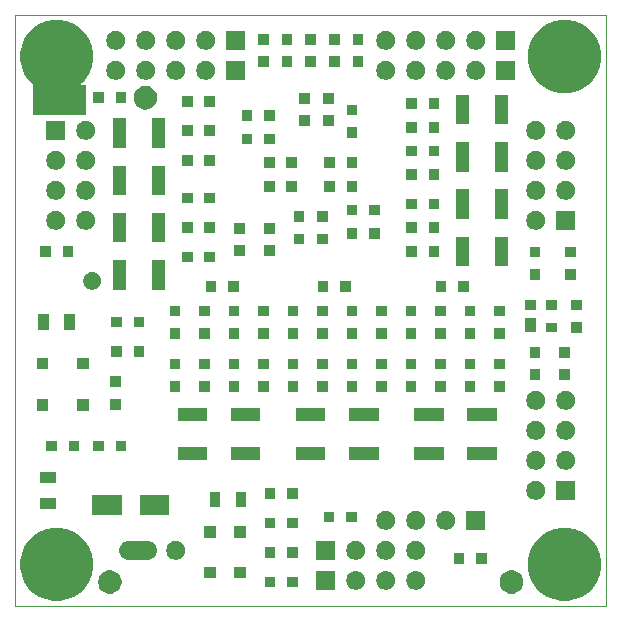
<source format=gbs>
G04 #@! TF.GenerationSoftware,KiCad,Pcbnew,(5.1.0)-1*
G04 #@! TF.CreationDate,2019-04-02T21:11:50+01:00*
G04 #@! TF.ProjectId,uCODEC-1.0,75434f44-4543-42d3-912e-302e6b696361,1.0*
G04 #@! TF.SameCoordinates,PX7de2900PY7365040*
G04 #@! TF.FileFunction,Soldermask,Bot*
G04 #@! TF.FilePolarity,Negative*
%FSLAX46Y46*%
G04 Gerber Fmt 4.6, Leading zero omitted, Abs format (unit mm)*
G04 Created by KiCad (PCBNEW (5.1.0)-1) date 2019-04-02 21:11:50*
%MOMM*%
%LPD*%
G04 APERTURE LIST*
%ADD10C,0.100000*%
%ADD11C,0.150000*%
G04 APERTURE END LIST*
D10*
X0Y50000000D02*
X0Y0D01*
X50000000Y50000000D02*
X0Y50000000D01*
X50000000Y0D02*
X50000000Y50000000D01*
X0Y0D02*
X50000000Y0D01*
D11*
G36*
X47404237Y6480869D02*
G01*
X47968401Y6247185D01*
X48476135Y5907928D01*
X48907928Y5476135D01*
X49247185Y4968401D01*
X49480869Y4404237D01*
X49600000Y3805323D01*
X49600000Y3194677D01*
X49480869Y2595763D01*
X49247185Y2031599D01*
X48907928Y1523865D01*
X48476135Y1092072D01*
X47968401Y752815D01*
X47404237Y519131D01*
X46805323Y400000D01*
X46194677Y400000D01*
X45595763Y519131D01*
X45031599Y752815D01*
X44523865Y1092072D01*
X44092072Y1523865D01*
X43752815Y2031599D01*
X43519131Y2595763D01*
X43400000Y3194677D01*
X43400000Y3805323D01*
X43519131Y4404237D01*
X43752815Y4968401D01*
X44092072Y5476135D01*
X44523865Y5907928D01*
X45031599Y6247185D01*
X45595763Y6480869D01*
X46194677Y6600000D01*
X46805323Y6600000D01*
X47404237Y6480869D01*
X47404237Y6480869D01*
G37*
G36*
X4404237Y6480869D02*
G01*
X4968401Y6247185D01*
X5476135Y5907928D01*
X5907928Y5476135D01*
X6247185Y4968401D01*
X6480869Y4404237D01*
X6600000Y3805323D01*
X6600000Y3194677D01*
X6480869Y2595763D01*
X6247185Y2031599D01*
X5907928Y1523865D01*
X5476135Y1092072D01*
X4968401Y752815D01*
X4404237Y519131D01*
X3805323Y400000D01*
X3194677Y400000D01*
X2595763Y519131D01*
X2031599Y752815D01*
X1523865Y1092072D01*
X1092072Y1523865D01*
X752815Y2031599D01*
X519131Y2595763D01*
X400000Y3194677D01*
X400000Y3805323D01*
X519131Y4404237D01*
X752815Y4968401D01*
X1092072Y5476135D01*
X1523865Y5907928D01*
X2031599Y6247185D01*
X2595763Y6480869D01*
X3194677Y6600000D01*
X3805323Y6600000D01*
X4404237Y6480869D01*
X4404237Y6480869D01*
G37*
G36*
X42195090Y2980785D02*
G01*
X42291689Y2961571D01*
X42473678Y2886189D01*
X42637463Y2776751D01*
X42776751Y2637463D01*
X42886189Y2473678D01*
X42961571Y2291689D01*
X43000000Y2098491D01*
X43000000Y1901509D01*
X42961571Y1708311D01*
X42886189Y1526322D01*
X42776751Y1362537D01*
X42637463Y1223249D01*
X42473678Y1113811D01*
X42291689Y1038429D01*
X42195090Y1019215D01*
X42098493Y1000000D01*
X41901507Y1000000D01*
X41804910Y1019215D01*
X41708311Y1038429D01*
X41526322Y1113811D01*
X41362537Y1223249D01*
X41223249Y1362537D01*
X41113811Y1526322D01*
X41038429Y1708311D01*
X41000000Y1901509D01*
X41000000Y2098491D01*
X41038429Y2291689D01*
X41113811Y2473678D01*
X41223249Y2637463D01*
X41362537Y2776751D01*
X41526322Y2886189D01*
X41708311Y2961571D01*
X41804910Y2980785D01*
X41901507Y3000000D01*
X42098493Y3000000D01*
X42195090Y2980785D01*
X42195090Y2980785D01*
G37*
G36*
X8195090Y2980785D02*
G01*
X8291689Y2961571D01*
X8473678Y2886189D01*
X8637463Y2776751D01*
X8776751Y2637463D01*
X8886189Y2473678D01*
X8961571Y2291689D01*
X9000000Y2098491D01*
X9000000Y1901509D01*
X8961571Y1708311D01*
X8886189Y1526322D01*
X8776751Y1362537D01*
X8637463Y1223249D01*
X8473678Y1113811D01*
X8291689Y1038429D01*
X8195090Y1019215D01*
X8098493Y1000000D01*
X7901507Y1000000D01*
X7804910Y1019215D01*
X7708311Y1038429D01*
X7526322Y1113811D01*
X7362537Y1223249D01*
X7223249Y1362537D01*
X7113811Y1526322D01*
X7038429Y1708311D01*
X7000000Y1901509D01*
X7000000Y2098491D01*
X7038429Y2291689D01*
X7113811Y2473678D01*
X7223249Y2637463D01*
X7362537Y2776751D01*
X7526322Y2886189D01*
X7708311Y2961571D01*
X7804910Y2980785D01*
X7901507Y3000000D01*
X8098493Y3000000D01*
X8195090Y2980785D01*
X8195090Y2980785D01*
G37*
G36*
X27070000Y1340000D02*
G01*
X25470000Y1340000D01*
X25470000Y2940000D01*
X27070000Y2940000D01*
X27070000Y1340000D01*
X27070000Y1340000D01*
G37*
G36*
X31583351Y2909257D02*
G01*
X31583353Y2909256D01*
X31583354Y2909256D01*
X31639042Y2886189D01*
X31728942Y2848951D01*
X31859970Y2761401D01*
X31971401Y2649970D01*
X32058951Y2518942D01*
X32119257Y2373351D01*
X32150000Y2218793D01*
X32150000Y2061207D01*
X32119257Y1906649D01*
X32058951Y1761058D01*
X32023707Y1708311D01*
X31971400Y1630029D01*
X31859971Y1518600D01*
X31728942Y1431049D01*
X31583354Y1370744D01*
X31583353Y1370744D01*
X31583351Y1370743D01*
X31428793Y1340000D01*
X31271207Y1340000D01*
X31116649Y1370743D01*
X31116647Y1370744D01*
X31116646Y1370744D01*
X30971058Y1431049D01*
X30840029Y1518600D01*
X30728600Y1630029D01*
X30676294Y1708311D01*
X30641049Y1761058D01*
X30580743Y1906649D01*
X30550000Y2061207D01*
X30550000Y2218793D01*
X30580743Y2373351D01*
X30641049Y2518942D01*
X30728599Y2649970D01*
X30840030Y2761401D01*
X30971058Y2848951D01*
X31060958Y2886189D01*
X31116646Y2909256D01*
X31116647Y2909256D01*
X31116649Y2909257D01*
X31271207Y2940000D01*
X31428793Y2940000D01*
X31583351Y2909257D01*
X31583351Y2909257D01*
G37*
G36*
X34123351Y2909257D02*
G01*
X34123353Y2909256D01*
X34123354Y2909256D01*
X34179042Y2886189D01*
X34268942Y2848951D01*
X34399970Y2761401D01*
X34511401Y2649970D01*
X34598951Y2518942D01*
X34659257Y2373351D01*
X34690000Y2218793D01*
X34690000Y2061207D01*
X34659257Y1906649D01*
X34598951Y1761058D01*
X34563707Y1708311D01*
X34511400Y1630029D01*
X34399971Y1518600D01*
X34268942Y1431049D01*
X34123354Y1370744D01*
X34123353Y1370744D01*
X34123351Y1370743D01*
X33968793Y1340000D01*
X33811207Y1340000D01*
X33656649Y1370743D01*
X33656647Y1370744D01*
X33656646Y1370744D01*
X33511058Y1431049D01*
X33380029Y1518600D01*
X33268600Y1630029D01*
X33216294Y1708311D01*
X33181049Y1761058D01*
X33120743Y1906649D01*
X33090000Y2061207D01*
X33090000Y2218793D01*
X33120743Y2373351D01*
X33181049Y2518942D01*
X33268599Y2649970D01*
X33380030Y2761401D01*
X33511058Y2848951D01*
X33600958Y2886189D01*
X33656646Y2909256D01*
X33656647Y2909256D01*
X33656649Y2909257D01*
X33811207Y2940000D01*
X33968793Y2940000D01*
X34123351Y2909257D01*
X34123351Y2909257D01*
G37*
G36*
X29043351Y2909257D02*
G01*
X29043353Y2909256D01*
X29043354Y2909256D01*
X29099042Y2886189D01*
X29188942Y2848951D01*
X29319970Y2761401D01*
X29431401Y2649970D01*
X29518951Y2518942D01*
X29579257Y2373351D01*
X29610000Y2218793D01*
X29610000Y2061207D01*
X29579257Y1906649D01*
X29518951Y1761058D01*
X29483707Y1708311D01*
X29431400Y1630029D01*
X29319971Y1518600D01*
X29188942Y1431049D01*
X29043354Y1370744D01*
X29043353Y1370744D01*
X29043351Y1370743D01*
X28888793Y1340000D01*
X28731207Y1340000D01*
X28576649Y1370743D01*
X28576647Y1370744D01*
X28576646Y1370744D01*
X28431058Y1431049D01*
X28300029Y1518600D01*
X28188600Y1630029D01*
X28136294Y1708311D01*
X28101049Y1761058D01*
X28040743Y1906649D01*
X28010000Y2061207D01*
X28010000Y2218793D01*
X28040743Y2373351D01*
X28101049Y2518942D01*
X28188599Y2649970D01*
X28300030Y2761401D01*
X28431058Y2848951D01*
X28520958Y2886189D01*
X28576646Y2909256D01*
X28576647Y2909256D01*
X28576649Y2909257D01*
X28731207Y2940000D01*
X28888793Y2940000D01*
X29043351Y2909257D01*
X29043351Y2909257D01*
G37*
G36*
X23900000Y1550000D02*
G01*
X23000000Y1550000D01*
X23000000Y2450000D01*
X23900000Y2450000D01*
X23900000Y1550000D01*
X23900000Y1550000D01*
G37*
G36*
X22000000Y1550000D02*
G01*
X21100000Y1550000D01*
X21100000Y2450000D01*
X22000000Y2450000D01*
X22000000Y1550000D01*
X22000000Y1550000D01*
G37*
G36*
X19500000Y2300000D02*
G01*
X18500000Y2300000D01*
X18500000Y3300000D01*
X19500000Y3300000D01*
X19500000Y2300000D01*
X19500000Y2300000D01*
G37*
G36*
X17000000Y2300000D02*
G01*
X16000000Y2300000D01*
X16000000Y3300000D01*
X17000000Y3300000D01*
X17000000Y2300000D01*
X17000000Y2300000D01*
G37*
G36*
X39900000Y3550000D02*
G01*
X39000000Y3550000D01*
X39000000Y4450000D01*
X39900000Y4450000D01*
X39900000Y3550000D01*
X39900000Y3550000D01*
G37*
G36*
X38000000Y3550000D02*
G01*
X37100000Y3550000D01*
X37100000Y4450000D01*
X38000000Y4450000D01*
X38000000Y3550000D01*
X38000000Y3550000D01*
G37*
G36*
X31583351Y5449257D02*
G01*
X31583353Y5449256D01*
X31583354Y5449256D01*
X31728942Y5388951D01*
X31859971Y5301400D01*
X31971400Y5189971D01*
X32058951Y5058942D01*
X32104077Y4950000D01*
X32119257Y4913351D01*
X32150000Y4758793D01*
X32150000Y4601207D01*
X32119257Y4446649D01*
X32058951Y4301058D01*
X31971401Y4170030D01*
X31859970Y4058599D01*
X31789641Y4011607D01*
X31728942Y3971049D01*
X31583354Y3910744D01*
X31583353Y3910744D01*
X31583351Y3910743D01*
X31428793Y3880000D01*
X31271207Y3880000D01*
X31116649Y3910743D01*
X31116647Y3910744D01*
X31116646Y3910744D01*
X30971058Y3971049D01*
X30910359Y4011607D01*
X30840030Y4058599D01*
X30728599Y4170030D01*
X30641049Y4301058D01*
X30580743Y4446649D01*
X30550000Y4601207D01*
X30550000Y4758793D01*
X30580743Y4913351D01*
X30595924Y4950000D01*
X30641049Y5058942D01*
X30728600Y5189971D01*
X30840029Y5301400D01*
X30971058Y5388951D01*
X31116646Y5449256D01*
X31116647Y5449256D01*
X31116649Y5449257D01*
X31271207Y5480000D01*
X31428793Y5480000D01*
X31583351Y5449257D01*
X31583351Y5449257D01*
G37*
G36*
X34123351Y5449257D02*
G01*
X34123353Y5449256D01*
X34123354Y5449256D01*
X34268942Y5388951D01*
X34399971Y5301400D01*
X34511400Y5189971D01*
X34598951Y5058942D01*
X34644077Y4950000D01*
X34659257Y4913351D01*
X34690000Y4758793D01*
X34690000Y4601207D01*
X34659257Y4446649D01*
X34598951Y4301058D01*
X34511401Y4170030D01*
X34399970Y4058599D01*
X34329641Y4011607D01*
X34268942Y3971049D01*
X34123354Y3910744D01*
X34123353Y3910744D01*
X34123351Y3910743D01*
X33968793Y3880000D01*
X33811207Y3880000D01*
X33656649Y3910743D01*
X33656647Y3910744D01*
X33656646Y3910744D01*
X33511058Y3971049D01*
X33450359Y4011607D01*
X33380030Y4058599D01*
X33268599Y4170030D01*
X33181049Y4301058D01*
X33120743Y4446649D01*
X33090000Y4601207D01*
X33090000Y4758793D01*
X33120743Y4913351D01*
X33135924Y4950000D01*
X33181049Y5058942D01*
X33268600Y5189971D01*
X33380029Y5301400D01*
X33511058Y5388951D01*
X33656646Y5449256D01*
X33656647Y5449256D01*
X33656649Y5449257D01*
X33811207Y5480000D01*
X33968793Y5480000D01*
X34123351Y5449257D01*
X34123351Y5449257D01*
G37*
G36*
X13803351Y5449257D02*
G01*
X13803353Y5449256D01*
X13803354Y5449256D01*
X13948942Y5388951D01*
X14079971Y5301400D01*
X14191400Y5189971D01*
X14278951Y5058942D01*
X14324077Y4950000D01*
X14339257Y4913351D01*
X14370000Y4758793D01*
X14370000Y4601207D01*
X14339257Y4446649D01*
X14278951Y4301058D01*
X14191401Y4170030D01*
X14079970Y4058599D01*
X14009641Y4011607D01*
X13948942Y3971049D01*
X13803354Y3910744D01*
X13803353Y3910744D01*
X13803351Y3910743D01*
X13648793Y3880000D01*
X13491207Y3880000D01*
X13336649Y3910743D01*
X13336647Y3910744D01*
X13336646Y3910744D01*
X13191058Y3971049D01*
X13130359Y4011607D01*
X13060030Y4058599D01*
X12948599Y4170030D01*
X12861049Y4301058D01*
X12800743Y4446649D01*
X12770000Y4601207D01*
X12770000Y4758793D01*
X12800743Y4913351D01*
X12815924Y4950000D01*
X12861049Y5058942D01*
X12948600Y5189971D01*
X13060029Y5301400D01*
X13191058Y5388951D01*
X13336646Y5449256D01*
X13336647Y5449256D01*
X13336649Y5449257D01*
X13491207Y5480000D01*
X13648793Y5480000D01*
X13803351Y5449257D01*
X13803351Y5449257D01*
G37*
G36*
X27070000Y3880000D02*
G01*
X25470000Y3880000D01*
X25470000Y5480000D01*
X27070000Y5480000D01*
X27070000Y3880000D01*
X27070000Y3880000D01*
G37*
G36*
X29043351Y5449257D02*
G01*
X29043353Y5449256D01*
X29043354Y5449256D01*
X29188942Y5388951D01*
X29319971Y5301400D01*
X29431400Y5189971D01*
X29518951Y5058942D01*
X29564077Y4950000D01*
X29579257Y4913351D01*
X29610000Y4758793D01*
X29610000Y4601207D01*
X29579257Y4446649D01*
X29518951Y4301058D01*
X29431401Y4170030D01*
X29319970Y4058599D01*
X29249641Y4011607D01*
X29188942Y3971049D01*
X29043354Y3910744D01*
X29043353Y3910744D01*
X29043351Y3910743D01*
X28888793Y3880000D01*
X28731207Y3880000D01*
X28576649Y3910743D01*
X28576647Y3910744D01*
X28576646Y3910744D01*
X28431058Y3971049D01*
X28370359Y4011607D01*
X28300030Y4058599D01*
X28188599Y4170030D01*
X28101049Y4301058D01*
X28040743Y4446649D01*
X28010000Y4601207D01*
X28010000Y4758793D01*
X28040743Y4913351D01*
X28055924Y4950000D01*
X28101049Y5058942D01*
X28188600Y5189971D01*
X28300029Y5301400D01*
X28431058Y5388951D01*
X28576646Y5449256D01*
X28576647Y5449256D01*
X28576649Y5449257D01*
X28731207Y5480000D01*
X28888793Y5480000D01*
X29043351Y5449257D01*
X29043351Y5449257D01*
G37*
G36*
X11351826Y5468425D02*
G01*
X11502629Y5422679D01*
X11641606Y5348395D01*
X11763422Y5248422D01*
X11863395Y5126606D01*
X11937679Y4987629D01*
X11983424Y4836826D01*
X11998871Y4680000D01*
X11983424Y4523174D01*
X11937679Y4372371D01*
X11863395Y4233394D01*
X11763422Y4111578D01*
X11641606Y4011605D01*
X11502629Y3937321D01*
X11351826Y3891575D01*
X11234299Y3880000D01*
X9555701Y3880000D01*
X9438174Y3891575D01*
X9287371Y3937321D01*
X9148394Y4011605D01*
X9026578Y4111578D01*
X8926605Y4233394D01*
X8852321Y4372371D01*
X8806576Y4523174D01*
X8791129Y4680000D01*
X8806576Y4836826D01*
X8852321Y4987629D01*
X8926605Y5126606D01*
X9026578Y5248422D01*
X9148394Y5348395D01*
X9287371Y5422679D01*
X9438174Y5468425D01*
X9555701Y5480000D01*
X11234299Y5480000D01*
X11351826Y5468425D01*
X11351826Y5468425D01*
G37*
G36*
X23900000Y4050000D02*
G01*
X23000000Y4050000D01*
X23000000Y4950000D01*
X23900000Y4950000D01*
X23900000Y4050000D01*
X23900000Y4050000D01*
G37*
G36*
X22000000Y4050000D02*
G01*
X21100000Y4050000D01*
X21100000Y4950000D01*
X22000000Y4950000D01*
X22000000Y4050000D01*
X22000000Y4050000D01*
G37*
G36*
X19500000Y5700000D02*
G01*
X18500000Y5700000D01*
X18500000Y6700000D01*
X19500000Y6700000D01*
X19500000Y5700000D01*
X19500000Y5700000D01*
G37*
G36*
X17000000Y5700000D02*
G01*
X16000000Y5700000D01*
X16000000Y6700000D01*
X17000000Y6700000D01*
X17000000Y5700000D01*
X17000000Y5700000D01*
G37*
G36*
X34123351Y7989257D02*
G01*
X34123353Y7989256D01*
X34123354Y7989256D01*
X34268942Y7928951D01*
X34399970Y7841401D01*
X34511401Y7729970D01*
X34598951Y7598942D01*
X34659257Y7453351D01*
X34690000Y7298793D01*
X34690000Y7141209D01*
X34659256Y6986646D01*
X34598951Y6841058D01*
X34511400Y6710029D01*
X34399971Y6598600D01*
X34268942Y6511049D01*
X34123354Y6450744D01*
X34123353Y6450744D01*
X34123351Y6450743D01*
X33968793Y6420000D01*
X33811207Y6420000D01*
X33656649Y6450743D01*
X33656647Y6450744D01*
X33656646Y6450744D01*
X33511058Y6511049D01*
X33380029Y6598600D01*
X33268600Y6710029D01*
X33181049Y6841058D01*
X33120744Y6986646D01*
X33090000Y7141209D01*
X33090000Y7298793D01*
X33120743Y7453351D01*
X33181049Y7598942D01*
X33268599Y7729970D01*
X33380030Y7841401D01*
X33511058Y7928951D01*
X33656646Y7989256D01*
X33656647Y7989256D01*
X33656649Y7989257D01*
X33811207Y8020000D01*
X33968793Y8020000D01*
X34123351Y7989257D01*
X34123351Y7989257D01*
G37*
G36*
X31583351Y7989257D02*
G01*
X31583353Y7989256D01*
X31583354Y7989256D01*
X31728942Y7928951D01*
X31859970Y7841401D01*
X31971401Y7729970D01*
X32058951Y7598942D01*
X32119257Y7453351D01*
X32150000Y7298793D01*
X32150000Y7141209D01*
X32119256Y6986646D01*
X32058951Y6841058D01*
X31971400Y6710029D01*
X31859971Y6598600D01*
X31728942Y6511049D01*
X31583354Y6450744D01*
X31583353Y6450744D01*
X31583351Y6450743D01*
X31428793Y6420000D01*
X31271207Y6420000D01*
X31116649Y6450743D01*
X31116647Y6450744D01*
X31116646Y6450744D01*
X30971058Y6511049D01*
X30840029Y6598600D01*
X30728600Y6710029D01*
X30641049Y6841058D01*
X30580744Y6986646D01*
X30550000Y7141209D01*
X30550000Y7298793D01*
X30580743Y7453351D01*
X30641049Y7598942D01*
X30728599Y7729970D01*
X30840030Y7841401D01*
X30971058Y7928951D01*
X31116646Y7989256D01*
X31116647Y7989256D01*
X31116649Y7989257D01*
X31271207Y8020000D01*
X31428793Y8020000D01*
X31583351Y7989257D01*
X31583351Y7989257D01*
G37*
G36*
X36663351Y7989257D02*
G01*
X36663353Y7989256D01*
X36663354Y7989256D01*
X36808942Y7928951D01*
X36939970Y7841401D01*
X37051401Y7729970D01*
X37138951Y7598942D01*
X37199257Y7453351D01*
X37230000Y7298793D01*
X37230000Y7141209D01*
X37199256Y6986646D01*
X37138951Y6841058D01*
X37051400Y6710029D01*
X36939971Y6598600D01*
X36808942Y6511049D01*
X36663354Y6450744D01*
X36663353Y6450744D01*
X36663351Y6450743D01*
X36508793Y6420000D01*
X36351207Y6420000D01*
X36196649Y6450743D01*
X36196647Y6450744D01*
X36196646Y6450744D01*
X36051058Y6511049D01*
X35920029Y6598600D01*
X35808600Y6710029D01*
X35721049Y6841058D01*
X35660744Y6986646D01*
X35630000Y7141209D01*
X35630000Y7298793D01*
X35660743Y7453351D01*
X35721049Y7598942D01*
X35808599Y7729970D01*
X35920030Y7841401D01*
X36051058Y7928951D01*
X36196646Y7989256D01*
X36196647Y7989256D01*
X36196649Y7989257D01*
X36351207Y8020000D01*
X36508793Y8020000D01*
X36663351Y7989257D01*
X36663351Y7989257D01*
G37*
G36*
X39770000Y6420000D02*
G01*
X38170000Y6420000D01*
X38170000Y8020000D01*
X39770000Y8020000D01*
X39770000Y6420000D01*
X39770000Y6420000D01*
G37*
G36*
X23900000Y6550000D02*
G01*
X23000000Y6550000D01*
X23000000Y7450000D01*
X23900000Y7450000D01*
X23900000Y6550000D01*
X23900000Y6550000D01*
G37*
G36*
X22000000Y6550000D02*
G01*
X21100000Y6550000D01*
X21100000Y7450000D01*
X22000000Y7450000D01*
X22000000Y6550000D01*
X22000000Y6550000D01*
G37*
G36*
X27000000Y7050000D02*
G01*
X26100000Y7050000D01*
X26100000Y7950000D01*
X27000000Y7950000D01*
X27000000Y7050000D01*
X27000000Y7050000D01*
G37*
G36*
X28900000Y7050000D02*
G01*
X28000000Y7050000D01*
X28000000Y7950000D01*
X28900000Y7950000D01*
X28900000Y7050000D01*
X28900000Y7050000D01*
G37*
G36*
X9010000Y7640000D02*
G01*
X6510000Y7640000D01*
X6510000Y9340000D01*
X9010000Y9340000D01*
X9010000Y7640000D01*
X9010000Y7640000D01*
G37*
G36*
X13010000Y7640000D02*
G01*
X10510000Y7640000D01*
X10510000Y9340000D01*
X13010000Y9340000D01*
X13010000Y7640000D01*
X13010000Y7640000D01*
G37*
G36*
X3425000Y8210000D02*
G01*
X2125000Y8210000D01*
X2125000Y9110000D01*
X3425000Y9110000D01*
X3425000Y8210000D01*
X3425000Y8210000D01*
G37*
G36*
X17350000Y8350000D02*
G01*
X16450000Y8350000D01*
X16450000Y9650000D01*
X17350000Y9650000D01*
X17350000Y8350000D01*
X17350000Y8350000D01*
G37*
G36*
X19550000Y8350000D02*
G01*
X18650000Y8350000D01*
X18650000Y9650000D01*
X19550000Y9650000D01*
X19550000Y8350000D01*
X19550000Y8350000D01*
G37*
G36*
X44283351Y10529257D02*
G01*
X44283353Y10529256D01*
X44283354Y10529256D01*
X44428942Y10468951D01*
X44559970Y10381401D01*
X44671401Y10269970D01*
X44758951Y10138942D01*
X44819257Y9993351D01*
X44850000Y9838793D01*
X44850000Y9681207D01*
X44819257Y9526649D01*
X44758951Y9381058D01*
X44671401Y9250030D01*
X44559970Y9138599D01*
X44428942Y9051049D01*
X44283354Y8990744D01*
X44283353Y8990744D01*
X44283351Y8990743D01*
X44128793Y8960000D01*
X43971207Y8960000D01*
X43816649Y8990743D01*
X43816647Y8990744D01*
X43816646Y8990744D01*
X43671058Y9051049D01*
X43540030Y9138599D01*
X43428599Y9250030D01*
X43341049Y9381058D01*
X43280743Y9526649D01*
X43250000Y9681207D01*
X43250000Y9838793D01*
X43280743Y9993351D01*
X43341049Y10138942D01*
X43428599Y10269970D01*
X43540030Y10381401D01*
X43671058Y10468951D01*
X43816646Y10529256D01*
X43816647Y10529256D01*
X43816649Y10529257D01*
X43971207Y10560000D01*
X44128793Y10560000D01*
X44283351Y10529257D01*
X44283351Y10529257D01*
G37*
G36*
X47390000Y8960000D02*
G01*
X45790000Y8960000D01*
X45790000Y10560000D01*
X47390000Y10560000D01*
X47390000Y8960000D01*
X47390000Y8960000D01*
G37*
G36*
X22000000Y9050000D02*
G01*
X21100000Y9050000D01*
X21100000Y9950000D01*
X22000000Y9950000D01*
X22000000Y9050000D01*
X22000000Y9050000D01*
G37*
G36*
X23900000Y9050000D02*
G01*
X23000000Y9050000D01*
X23000000Y9950000D01*
X23900000Y9950000D01*
X23900000Y9050000D01*
X23900000Y9050000D01*
G37*
G36*
X3425000Y10410000D02*
G01*
X2125000Y10410000D01*
X2125000Y11310000D01*
X3425000Y11310000D01*
X3425000Y10410000D01*
X3425000Y10410000D01*
G37*
G36*
X46823351Y13069257D02*
G01*
X46823353Y13069256D01*
X46823354Y13069256D01*
X46968942Y13008951D01*
X47099971Y12921400D01*
X47211400Y12809971D01*
X47298951Y12678942D01*
X47359256Y12533354D01*
X47390000Y12378791D01*
X47390000Y12221209D01*
X47359256Y12066646D01*
X47298951Y11921058D01*
X47211400Y11790029D01*
X47099971Y11678600D01*
X46968942Y11591049D01*
X46823354Y11530744D01*
X46823353Y11530744D01*
X46823351Y11530743D01*
X46668793Y11500000D01*
X46511207Y11500000D01*
X46356649Y11530743D01*
X46356647Y11530744D01*
X46356646Y11530744D01*
X46211058Y11591049D01*
X46080029Y11678600D01*
X45968600Y11790029D01*
X45881049Y11921058D01*
X45820744Y12066646D01*
X45790000Y12221209D01*
X45790000Y12378791D01*
X45820744Y12533354D01*
X45881049Y12678942D01*
X45968600Y12809971D01*
X46080029Y12921400D01*
X46211058Y13008951D01*
X46356646Y13069256D01*
X46356647Y13069256D01*
X46356649Y13069257D01*
X46511207Y13100000D01*
X46668793Y13100000D01*
X46823351Y13069257D01*
X46823351Y13069257D01*
G37*
G36*
X44283351Y13069257D02*
G01*
X44283353Y13069256D01*
X44283354Y13069256D01*
X44428942Y13008951D01*
X44559971Y12921400D01*
X44671400Y12809971D01*
X44758951Y12678942D01*
X44819256Y12533354D01*
X44850000Y12378791D01*
X44850000Y12221209D01*
X44819256Y12066646D01*
X44758951Y11921058D01*
X44671400Y11790029D01*
X44559971Y11678600D01*
X44428942Y11591049D01*
X44283354Y11530744D01*
X44283353Y11530744D01*
X44283351Y11530743D01*
X44128793Y11500000D01*
X43971207Y11500000D01*
X43816649Y11530743D01*
X43816647Y11530744D01*
X43816646Y11530744D01*
X43671058Y11591049D01*
X43540029Y11678600D01*
X43428600Y11790029D01*
X43341049Y11921058D01*
X43280744Y12066646D01*
X43250000Y12221209D01*
X43250000Y12378791D01*
X43280744Y12533354D01*
X43341049Y12678942D01*
X43428600Y12809971D01*
X43540029Y12921400D01*
X43671058Y13008951D01*
X43816646Y13069256D01*
X43816647Y13069256D01*
X43816649Y13069257D01*
X43971207Y13100000D01*
X44128793Y13100000D01*
X44283351Y13069257D01*
X44283351Y13069257D01*
G37*
G36*
X30750000Y12300000D02*
G01*
X28250000Y12300000D01*
X28250000Y13400000D01*
X30750000Y13400000D01*
X30750000Y12300000D01*
X30750000Y12300000D01*
G37*
G36*
X26250000Y12300000D02*
G01*
X23750000Y12300000D01*
X23750000Y13400000D01*
X26250000Y13400000D01*
X26250000Y12300000D01*
X26250000Y12300000D01*
G37*
G36*
X16250000Y12300000D02*
G01*
X13750000Y12300000D01*
X13750000Y13400000D01*
X16250000Y13400000D01*
X16250000Y12300000D01*
X16250000Y12300000D01*
G37*
G36*
X20750000Y12300000D02*
G01*
X18250000Y12300000D01*
X18250000Y13400000D01*
X20750000Y13400000D01*
X20750000Y12300000D01*
X20750000Y12300000D01*
G37*
G36*
X36250000Y12300000D02*
G01*
X33750000Y12300000D01*
X33750000Y13400000D01*
X36250000Y13400000D01*
X36250000Y12300000D01*
X36250000Y12300000D01*
G37*
G36*
X40750000Y12300000D02*
G01*
X38250000Y12300000D01*
X38250000Y13400000D01*
X40750000Y13400000D01*
X40750000Y12300000D01*
X40750000Y12300000D01*
G37*
G36*
X7500000Y13050000D02*
G01*
X6600000Y13050000D01*
X6600000Y13950000D01*
X7500000Y13950000D01*
X7500000Y13050000D01*
X7500000Y13050000D01*
G37*
G36*
X3500000Y13050000D02*
G01*
X2600000Y13050000D01*
X2600000Y13950000D01*
X3500000Y13950000D01*
X3500000Y13050000D01*
X3500000Y13050000D01*
G37*
G36*
X9400000Y13050000D02*
G01*
X8500000Y13050000D01*
X8500000Y13950000D01*
X9400000Y13950000D01*
X9400000Y13050000D01*
X9400000Y13050000D01*
G37*
G36*
X5400000Y13050000D02*
G01*
X4500000Y13050000D01*
X4500000Y13950000D01*
X5400000Y13950000D01*
X5400000Y13050000D01*
X5400000Y13050000D01*
G37*
G36*
X44283351Y15609257D02*
G01*
X44283353Y15609256D01*
X44283354Y15609256D01*
X44428942Y15548951D01*
X44559971Y15461400D01*
X44671400Y15349971D01*
X44758951Y15218942D01*
X44819256Y15073354D01*
X44850000Y14918791D01*
X44850000Y14761209D01*
X44819256Y14606646D01*
X44758951Y14461058D01*
X44671400Y14330029D01*
X44559971Y14218600D01*
X44428942Y14131049D01*
X44283354Y14070744D01*
X44283353Y14070744D01*
X44283351Y14070743D01*
X44128793Y14040000D01*
X43971207Y14040000D01*
X43816649Y14070743D01*
X43816647Y14070744D01*
X43816646Y14070744D01*
X43671058Y14131049D01*
X43540029Y14218600D01*
X43428600Y14330029D01*
X43341049Y14461058D01*
X43280744Y14606646D01*
X43250000Y14761209D01*
X43250000Y14918791D01*
X43280744Y15073354D01*
X43341049Y15218942D01*
X43428600Y15349971D01*
X43540029Y15461400D01*
X43671058Y15548951D01*
X43816646Y15609256D01*
X43816647Y15609256D01*
X43816649Y15609257D01*
X43971207Y15640000D01*
X44128793Y15640000D01*
X44283351Y15609257D01*
X44283351Y15609257D01*
G37*
G36*
X46823351Y15609257D02*
G01*
X46823353Y15609256D01*
X46823354Y15609256D01*
X46968942Y15548951D01*
X47099971Y15461400D01*
X47211400Y15349971D01*
X47298951Y15218942D01*
X47359256Y15073354D01*
X47390000Y14918791D01*
X47390000Y14761209D01*
X47359256Y14606646D01*
X47298951Y14461058D01*
X47211400Y14330029D01*
X47099971Y14218600D01*
X46968942Y14131049D01*
X46823354Y14070744D01*
X46823353Y14070744D01*
X46823351Y14070743D01*
X46668793Y14040000D01*
X46511207Y14040000D01*
X46356649Y14070743D01*
X46356647Y14070744D01*
X46356646Y14070744D01*
X46211058Y14131049D01*
X46080029Y14218600D01*
X45968600Y14330029D01*
X45881049Y14461058D01*
X45820744Y14606646D01*
X45790000Y14761209D01*
X45790000Y14918791D01*
X45820744Y15073354D01*
X45881049Y15218942D01*
X45968600Y15349971D01*
X46080029Y15461400D01*
X46211058Y15548951D01*
X46356646Y15609256D01*
X46356647Y15609256D01*
X46356649Y15609257D01*
X46511207Y15640000D01*
X46668793Y15640000D01*
X46823351Y15609257D01*
X46823351Y15609257D01*
G37*
G36*
X26250000Y15600000D02*
G01*
X23750000Y15600000D01*
X23750000Y16700000D01*
X26250000Y16700000D01*
X26250000Y15600000D01*
X26250000Y15600000D01*
G37*
G36*
X30750000Y15600000D02*
G01*
X28250000Y15600000D01*
X28250000Y16700000D01*
X30750000Y16700000D01*
X30750000Y15600000D01*
X30750000Y15600000D01*
G37*
G36*
X20750000Y15600000D02*
G01*
X18250000Y15600000D01*
X18250000Y16700000D01*
X20750000Y16700000D01*
X20750000Y15600000D01*
X20750000Y15600000D01*
G37*
G36*
X16250000Y15600000D02*
G01*
X13750000Y15600000D01*
X13750000Y16700000D01*
X16250000Y16700000D01*
X16250000Y15600000D01*
X16250000Y15600000D01*
G37*
G36*
X40750000Y15600000D02*
G01*
X38250000Y15600000D01*
X38250000Y16700000D01*
X40750000Y16700000D01*
X40750000Y15600000D01*
X40750000Y15600000D01*
G37*
G36*
X36250000Y15600000D02*
G01*
X33750000Y15600000D01*
X33750000Y16700000D01*
X36250000Y16700000D01*
X36250000Y15600000D01*
X36250000Y15600000D01*
G37*
G36*
X6200000Y16500000D02*
G01*
X5200000Y16500000D01*
X5200000Y17500000D01*
X6200000Y17500000D01*
X6200000Y16500000D01*
X6200000Y16500000D01*
G37*
G36*
X2800000Y16500000D02*
G01*
X1800000Y16500000D01*
X1800000Y17500000D01*
X2800000Y17500000D01*
X2800000Y16500000D01*
X2800000Y16500000D01*
G37*
G36*
X44283351Y18149257D02*
G01*
X44283353Y18149256D01*
X44283354Y18149256D01*
X44428942Y18088951D01*
X44559970Y18001401D01*
X44671401Y17889970D01*
X44758951Y17758942D01*
X44819257Y17613351D01*
X44850000Y17458793D01*
X44850000Y17301209D01*
X44819256Y17146646D01*
X44758951Y17001058D01*
X44671400Y16870029D01*
X44559971Y16758600D01*
X44428942Y16671049D01*
X44283354Y16610744D01*
X44283353Y16610744D01*
X44283351Y16610743D01*
X44128793Y16580000D01*
X43971207Y16580000D01*
X43816649Y16610743D01*
X43816647Y16610744D01*
X43816646Y16610744D01*
X43671058Y16671049D01*
X43540029Y16758600D01*
X43428600Y16870029D01*
X43341049Y17001058D01*
X43280744Y17146646D01*
X43250000Y17301209D01*
X43250000Y17458793D01*
X43280743Y17613351D01*
X43341049Y17758942D01*
X43428599Y17889970D01*
X43540030Y18001401D01*
X43671058Y18088951D01*
X43816646Y18149256D01*
X43816647Y18149256D01*
X43816649Y18149257D01*
X43971207Y18180000D01*
X44128793Y18180000D01*
X44283351Y18149257D01*
X44283351Y18149257D01*
G37*
G36*
X46823351Y18149257D02*
G01*
X46823353Y18149256D01*
X46823354Y18149256D01*
X46968942Y18088951D01*
X47099970Y18001401D01*
X47211401Y17889970D01*
X47298951Y17758942D01*
X47359257Y17613351D01*
X47390000Y17458793D01*
X47390000Y17301209D01*
X47359256Y17146646D01*
X47298951Y17001058D01*
X47211400Y16870029D01*
X47099971Y16758600D01*
X46968942Y16671049D01*
X46823354Y16610744D01*
X46823353Y16610744D01*
X46823351Y16610743D01*
X46668793Y16580000D01*
X46511207Y16580000D01*
X46356649Y16610743D01*
X46356647Y16610744D01*
X46356646Y16610744D01*
X46211058Y16671049D01*
X46080029Y16758600D01*
X45968600Y16870029D01*
X45881049Y17001058D01*
X45820744Y17146646D01*
X45790000Y17301209D01*
X45790000Y17458793D01*
X45820743Y17613351D01*
X45881049Y17758942D01*
X45968599Y17889970D01*
X46080030Y18001401D01*
X46211058Y18088951D01*
X46356646Y18149256D01*
X46356647Y18149256D01*
X46356649Y18149257D01*
X46511207Y18180000D01*
X46668793Y18180000D01*
X46823351Y18149257D01*
X46823351Y18149257D01*
G37*
G36*
X8950000Y16600000D02*
G01*
X8050000Y16600000D01*
X8050000Y17500000D01*
X8950000Y17500000D01*
X8950000Y16600000D01*
X8950000Y16600000D01*
G37*
G36*
X23950000Y18100000D02*
G01*
X23050000Y18100000D01*
X23050000Y19000000D01*
X23950000Y19000000D01*
X23950000Y18100000D01*
X23950000Y18100000D01*
G37*
G36*
X41450000Y18100000D02*
G01*
X40550000Y18100000D01*
X40550000Y19000000D01*
X41450000Y19000000D01*
X41450000Y18100000D01*
X41450000Y18100000D01*
G37*
G36*
X38950000Y18100000D02*
G01*
X38050000Y18100000D01*
X38050000Y19000000D01*
X38950000Y19000000D01*
X38950000Y18100000D01*
X38950000Y18100000D01*
G37*
G36*
X36450000Y18100000D02*
G01*
X35550000Y18100000D01*
X35550000Y19000000D01*
X36450000Y19000000D01*
X36450000Y18100000D01*
X36450000Y18100000D01*
G37*
G36*
X33950000Y18100000D02*
G01*
X33050000Y18100000D01*
X33050000Y19000000D01*
X33950000Y19000000D01*
X33950000Y18100000D01*
X33950000Y18100000D01*
G37*
G36*
X31450000Y18100000D02*
G01*
X30550000Y18100000D01*
X30550000Y19000000D01*
X31450000Y19000000D01*
X31450000Y18100000D01*
X31450000Y18100000D01*
G37*
G36*
X13950000Y18100000D02*
G01*
X13050000Y18100000D01*
X13050000Y19000000D01*
X13950000Y19000000D01*
X13950000Y18100000D01*
X13950000Y18100000D01*
G37*
G36*
X28950000Y18100000D02*
G01*
X28050000Y18100000D01*
X28050000Y19000000D01*
X28950000Y19000000D01*
X28950000Y18100000D01*
X28950000Y18100000D01*
G37*
G36*
X26450000Y18100000D02*
G01*
X25550000Y18100000D01*
X25550000Y19000000D01*
X26450000Y19000000D01*
X26450000Y18100000D01*
X26450000Y18100000D01*
G37*
G36*
X21450000Y18100000D02*
G01*
X20550000Y18100000D01*
X20550000Y19000000D01*
X21450000Y19000000D01*
X21450000Y18100000D01*
X21450000Y18100000D01*
G37*
G36*
X16450000Y18100000D02*
G01*
X15550000Y18100000D01*
X15550000Y19000000D01*
X16450000Y19000000D01*
X16450000Y18100000D01*
X16450000Y18100000D01*
G37*
G36*
X18950000Y18100000D02*
G01*
X18050000Y18100000D01*
X18050000Y19000000D01*
X18950000Y19000000D01*
X18950000Y18100000D01*
X18950000Y18100000D01*
G37*
G36*
X8950000Y18500000D02*
G01*
X8050000Y18500000D01*
X8050000Y19400000D01*
X8950000Y19400000D01*
X8950000Y18500000D01*
X8950000Y18500000D01*
G37*
G36*
X44450000Y19100000D02*
G01*
X43550000Y19100000D01*
X43550000Y20000000D01*
X44450000Y20000000D01*
X44450000Y19100000D01*
X44450000Y19100000D01*
G37*
G36*
X46950000Y19100000D02*
G01*
X46050000Y19100000D01*
X46050000Y20000000D01*
X46950000Y20000000D01*
X46950000Y19100000D01*
X46950000Y19100000D01*
G37*
G36*
X41450000Y20000000D02*
G01*
X40550000Y20000000D01*
X40550000Y20900000D01*
X41450000Y20900000D01*
X41450000Y20000000D01*
X41450000Y20000000D01*
G37*
G36*
X36450000Y20000000D02*
G01*
X35550000Y20000000D01*
X35550000Y20900000D01*
X36450000Y20900000D01*
X36450000Y20000000D01*
X36450000Y20000000D01*
G37*
G36*
X28950000Y20000000D02*
G01*
X28050000Y20000000D01*
X28050000Y20900000D01*
X28950000Y20900000D01*
X28950000Y20000000D01*
X28950000Y20000000D01*
G37*
G36*
X26450000Y20000000D02*
G01*
X25550000Y20000000D01*
X25550000Y20900000D01*
X26450000Y20900000D01*
X26450000Y20000000D01*
X26450000Y20000000D01*
G37*
G36*
X33950000Y20000000D02*
G01*
X33050000Y20000000D01*
X33050000Y20900000D01*
X33950000Y20900000D01*
X33950000Y20000000D01*
X33950000Y20000000D01*
G37*
G36*
X2800000Y20000000D02*
G01*
X1800000Y20000000D01*
X1800000Y21000000D01*
X2800000Y21000000D01*
X2800000Y20000000D01*
X2800000Y20000000D01*
G37*
G36*
X6200000Y20000000D02*
G01*
X5200000Y20000000D01*
X5200000Y21000000D01*
X6200000Y21000000D01*
X6200000Y20000000D01*
X6200000Y20000000D01*
G37*
G36*
X31450000Y20000000D02*
G01*
X30550000Y20000000D01*
X30550000Y20900000D01*
X31450000Y20900000D01*
X31450000Y20000000D01*
X31450000Y20000000D01*
G37*
G36*
X13950000Y20000000D02*
G01*
X13050000Y20000000D01*
X13050000Y20900000D01*
X13950000Y20900000D01*
X13950000Y20000000D01*
X13950000Y20000000D01*
G37*
G36*
X38950000Y20000000D02*
G01*
X38050000Y20000000D01*
X38050000Y20900000D01*
X38950000Y20900000D01*
X38950000Y20000000D01*
X38950000Y20000000D01*
G37*
G36*
X16450000Y20000000D02*
G01*
X15550000Y20000000D01*
X15550000Y20900000D01*
X16450000Y20900000D01*
X16450000Y20000000D01*
X16450000Y20000000D01*
G37*
G36*
X18950000Y20000000D02*
G01*
X18050000Y20000000D01*
X18050000Y20900000D01*
X18950000Y20900000D01*
X18950000Y20000000D01*
X18950000Y20000000D01*
G37*
G36*
X21450000Y20000000D02*
G01*
X20550000Y20000000D01*
X20550000Y20900000D01*
X21450000Y20900000D01*
X21450000Y20000000D01*
X21450000Y20000000D01*
G37*
G36*
X23950000Y20000000D02*
G01*
X23050000Y20000000D01*
X23050000Y20900000D01*
X23950000Y20900000D01*
X23950000Y20000000D01*
X23950000Y20000000D01*
G37*
G36*
X44450000Y21000000D02*
G01*
X43550000Y21000000D01*
X43550000Y21900000D01*
X44450000Y21900000D01*
X44450000Y21000000D01*
X44450000Y21000000D01*
G37*
G36*
X46950000Y21000000D02*
G01*
X46050000Y21000000D01*
X46050000Y21900000D01*
X46950000Y21900000D01*
X46950000Y21000000D01*
X46950000Y21000000D01*
G37*
G36*
X9000000Y21050000D02*
G01*
X8100000Y21050000D01*
X8100000Y21950000D01*
X9000000Y21950000D01*
X9000000Y21050000D01*
X9000000Y21050000D01*
G37*
G36*
X10900000Y21050000D02*
G01*
X10000000Y21050000D01*
X10000000Y21950000D01*
X10900000Y21950000D01*
X10900000Y21050000D01*
X10900000Y21050000D01*
G37*
G36*
X41450000Y22600000D02*
G01*
X40550000Y22600000D01*
X40550000Y23500000D01*
X41450000Y23500000D01*
X41450000Y22600000D01*
X41450000Y22600000D01*
G37*
G36*
X38950000Y22600000D02*
G01*
X38050000Y22600000D01*
X38050000Y23500000D01*
X38950000Y23500000D01*
X38950000Y22600000D01*
X38950000Y22600000D01*
G37*
G36*
X33950000Y22600000D02*
G01*
X33050000Y22600000D01*
X33050000Y23500000D01*
X33950000Y23500000D01*
X33950000Y22600000D01*
X33950000Y22600000D01*
G37*
G36*
X21450000Y22600000D02*
G01*
X20550000Y22600000D01*
X20550000Y23500000D01*
X21450000Y23500000D01*
X21450000Y22600000D01*
X21450000Y22600000D01*
G37*
G36*
X18950000Y22600000D02*
G01*
X18050000Y22600000D01*
X18050000Y23500000D01*
X18950000Y23500000D01*
X18950000Y22600000D01*
X18950000Y22600000D01*
G37*
G36*
X13950000Y22600000D02*
G01*
X13050000Y22600000D01*
X13050000Y23500000D01*
X13950000Y23500000D01*
X13950000Y22600000D01*
X13950000Y22600000D01*
G37*
G36*
X36450000Y22600000D02*
G01*
X35550000Y22600000D01*
X35550000Y23500000D01*
X36450000Y23500000D01*
X36450000Y22600000D01*
X36450000Y22600000D01*
G37*
G36*
X23950000Y22600000D02*
G01*
X23050000Y22600000D01*
X23050000Y23500000D01*
X23950000Y23500000D01*
X23950000Y22600000D01*
X23950000Y22600000D01*
G37*
G36*
X26450000Y22600000D02*
G01*
X25550000Y22600000D01*
X25550000Y23500000D01*
X26450000Y23500000D01*
X26450000Y22600000D01*
X26450000Y22600000D01*
G37*
G36*
X28950000Y22600000D02*
G01*
X28050000Y22600000D01*
X28050000Y23500000D01*
X28950000Y23500000D01*
X28950000Y22600000D01*
X28950000Y22600000D01*
G37*
G36*
X31450000Y22600000D02*
G01*
X30550000Y22600000D01*
X30550000Y23500000D01*
X31450000Y23500000D01*
X31450000Y22600000D01*
X31450000Y22600000D01*
G37*
G36*
X16450000Y22600000D02*
G01*
X15550000Y22600000D01*
X15550000Y23500000D01*
X16450000Y23500000D01*
X16450000Y22600000D01*
X16450000Y22600000D01*
G37*
G36*
X47950000Y23100000D02*
G01*
X47050000Y23100000D01*
X47050000Y24000000D01*
X47950000Y24000000D01*
X47950000Y23100000D01*
X47950000Y23100000D01*
G37*
G36*
X45850000Y23150000D02*
G01*
X44950000Y23150000D01*
X44950000Y23950000D01*
X45850000Y23950000D01*
X45850000Y23150000D01*
X45850000Y23150000D01*
G37*
G36*
X44050000Y23150000D02*
G01*
X43150000Y23150000D01*
X43150000Y24350000D01*
X44050000Y24350000D01*
X44050000Y23150000D01*
X44050000Y23150000D01*
G37*
G36*
X5050000Y23350000D02*
G01*
X4150000Y23350000D01*
X4150000Y24650000D01*
X5050000Y24650000D01*
X5050000Y23350000D01*
X5050000Y23350000D01*
G37*
G36*
X2850000Y23350000D02*
G01*
X1950000Y23350000D01*
X1950000Y24650000D01*
X2850000Y24650000D01*
X2850000Y23350000D01*
X2850000Y23350000D01*
G37*
G36*
X10900000Y23550000D02*
G01*
X10000000Y23550000D01*
X10000000Y24450000D01*
X10900000Y24450000D01*
X10900000Y23550000D01*
X10900000Y23550000D01*
G37*
G36*
X9000000Y23550000D02*
G01*
X8100000Y23550000D01*
X8100000Y24450000D01*
X9000000Y24450000D01*
X9000000Y23550000D01*
X9000000Y23550000D01*
G37*
G36*
X36450000Y24500000D02*
G01*
X35550000Y24500000D01*
X35550000Y25400000D01*
X36450000Y25400000D01*
X36450000Y24500000D01*
X36450000Y24500000D01*
G37*
G36*
X28950000Y24500000D02*
G01*
X28050000Y24500000D01*
X28050000Y25400000D01*
X28950000Y25400000D01*
X28950000Y24500000D01*
X28950000Y24500000D01*
G37*
G36*
X13950000Y24500000D02*
G01*
X13050000Y24500000D01*
X13050000Y25400000D01*
X13950000Y25400000D01*
X13950000Y24500000D01*
X13950000Y24500000D01*
G37*
G36*
X38950000Y24500000D02*
G01*
X38050000Y24500000D01*
X38050000Y25400000D01*
X38950000Y25400000D01*
X38950000Y24500000D01*
X38950000Y24500000D01*
G37*
G36*
X31450000Y24500000D02*
G01*
X30550000Y24500000D01*
X30550000Y25400000D01*
X31450000Y25400000D01*
X31450000Y24500000D01*
X31450000Y24500000D01*
G37*
G36*
X21450000Y24500000D02*
G01*
X20550000Y24500000D01*
X20550000Y25400000D01*
X21450000Y25400000D01*
X21450000Y24500000D01*
X21450000Y24500000D01*
G37*
G36*
X33950000Y24500000D02*
G01*
X33050000Y24500000D01*
X33050000Y25400000D01*
X33950000Y25400000D01*
X33950000Y24500000D01*
X33950000Y24500000D01*
G37*
G36*
X41450000Y24500000D02*
G01*
X40550000Y24500000D01*
X40550000Y25400000D01*
X41450000Y25400000D01*
X41450000Y24500000D01*
X41450000Y24500000D01*
G37*
G36*
X18950000Y24500000D02*
G01*
X18050000Y24500000D01*
X18050000Y25400000D01*
X18950000Y25400000D01*
X18950000Y24500000D01*
X18950000Y24500000D01*
G37*
G36*
X16450000Y24500000D02*
G01*
X15550000Y24500000D01*
X15550000Y25400000D01*
X16450000Y25400000D01*
X16450000Y24500000D01*
X16450000Y24500000D01*
G37*
G36*
X26450000Y24500000D02*
G01*
X25550000Y24500000D01*
X25550000Y25400000D01*
X26450000Y25400000D01*
X26450000Y24500000D01*
X26450000Y24500000D01*
G37*
G36*
X23950000Y24500000D02*
G01*
X23050000Y24500000D01*
X23050000Y25400000D01*
X23950000Y25400000D01*
X23950000Y24500000D01*
X23950000Y24500000D01*
G37*
G36*
X47950000Y25000000D02*
G01*
X47050000Y25000000D01*
X47050000Y25900000D01*
X47950000Y25900000D01*
X47950000Y25000000D01*
X47950000Y25000000D01*
G37*
G36*
X45850000Y25050000D02*
G01*
X44950000Y25050000D01*
X44950000Y25850000D01*
X45850000Y25850000D01*
X45850000Y25050000D01*
X45850000Y25050000D01*
G37*
G36*
X44050000Y25050000D02*
G01*
X43150000Y25050000D01*
X43150000Y25850000D01*
X44050000Y25850000D01*
X44050000Y25050000D01*
X44050000Y25050000D01*
G37*
G36*
X26500000Y26550000D02*
G01*
X25600000Y26550000D01*
X25600000Y27450000D01*
X26500000Y27450000D01*
X26500000Y26550000D01*
X26500000Y26550000D01*
G37*
G36*
X38400000Y26550000D02*
G01*
X37500000Y26550000D01*
X37500000Y27450000D01*
X38400000Y27450000D01*
X38400000Y26550000D01*
X38400000Y26550000D01*
G37*
G36*
X18900000Y26550000D02*
G01*
X18000000Y26550000D01*
X18000000Y27450000D01*
X18900000Y27450000D01*
X18900000Y26550000D01*
X18900000Y26550000D01*
G37*
G36*
X36500000Y26550000D02*
G01*
X35600000Y26550000D01*
X35600000Y27450000D01*
X36500000Y27450000D01*
X36500000Y26550000D01*
X36500000Y26550000D01*
G37*
G36*
X28400000Y26550000D02*
G01*
X27500000Y26550000D01*
X27500000Y27450000D01*
X28400000Y27450000D01*
X28400000Y26550000D01*
X28400000Y26550000D01*
G37*
G36*
X17000000Y26550000D02*
G01*
X16100000Y26550000D01*
X16100000Y27450000D01*
X17000000Y27450000D01*
X17000000Y26550000D01*
X17000000Y26550000D01*
G37*
G36*
X6718767Y28221178D02*
G01*
X6718769Y28221177D01*
X6718770Y28221177D01*
X6855258Y28164642D01*
X6978098Y28082563D01*
X7082563Y27978098D01*
X7164642Y27855258D01*
X7221177Y27718770D01*
X7250000Y27573867D01*
X7250000Y27426133D01*
X7221177Y27281230D01*
X7164642Y27144742D01*
X7082563Y27021902D01*
X6978098Y26917437D01*
X6855258Y26835358D01*
X6718770Y26778823D01*
X6718769Y26778823D01*
X6718767Y26778822D01*
X6573869Y26750000D01*
X6426131Y26750000D01*
X6281233Y26778822D01*
X6281231Y26778823D01*
X6281230Y26778823D01*
X6144742Y26835358D01*
X6021902Y26917437D01*
X5917437Y27021902D01*
X5835358Y27144742D01*
X5778823Y27281230D01*
X5750000Y27426133D01*
X5750000Y27573867D01*
X5778823Y27718770D01*
X5835358Y27855258D01*
X5917437Y27978098D01*
X6021902Y28082563D01*
X6144742Y28164642D01*
X6281230Y28221177D01*
X6281231Y28221177D01*
X6281233Y28221178D01*
X6426131Y28250000D01*
X6573869Y28250000D01*
X6718767Y28221178D01*
X6718767Y28221178D01*
G37*
G36*
X12700000Y26750000D02*
G01*
X11600000Y26750000D01*
X11600000Y29250000D01*
X12700000Y29250000D01*
X12700000Y26750000D01*
X12700000Y26750000D01*
G37*
G36*
X9400000Y26750000D02*
G01*
X8300000Y26750000D01*
X8300000Y29250000D01*
X9400000Y29250000D01*
X9400000Y26750000D01*
X9400000Y26750000D01*
G37*
G36*
X44450000Y27600000D02*
G01*
X43550000Y27600000D01*
X43550000Y28500000D01*
X44450000Y28500000D01*
X44450000Y27600000D01*
X44450000Y27600000D01*
G37*
G36*
X47450000Y27600000D02*
G01*
X46550000Y27600000D01*
X46550000Y28500000D01*
X47450000Y28500000D01*
X47450000Y27600000D01*
X47450000Y27600000D01*
G37*
G36*
X41700000Y28750000D02*
G01*
X40600000Y28750000D01*
X40600000Y31250000D01*
X41700000Y31250000D01*
X41700000Y28750000D01*
X41700000Y28750000D01*
G37*
G36*
X38400000Y28750000D02*
G01*
X37300000Y28750000D01*
X37300000Y31250000D01*
X38400000Y31250000D01*
X38400000Y28750000D01*
X38400000Y28750000D01*
G37*
G36*
X15000000Y29050000D02*
G01*
X14100000Y29050000D01*
X14100000Y29950000D01*
X15000000Y29950000D01*
X15000000Y29050000D01*
X15000000Y29050000D01*
G37*
G36*
X16900000Y29050000D02*
G01*
X16000000Y29050000D01*
X16000000Y29950000D01*
X16900000Y29950000D01*
X16900000Y29050000D01*
X16900000Y29050000D01*
G37*
G36*
X44450000Y29500000D02*
G01*
X43550000Y29500000D01*
X43550000Y30400000D01*
X44450000Y30400000D01*
X44450000Y29500000D01*
X44450000Y29500000D01*
G37*
G36*
X47450000Y29500000D02*
G01*
X46550000Y29500000D01*
X46550000Y30400000D01*
X47450000Y30400000D01*
X47450000Y29500000D01*
X47450000Y29500000D01*
G37*
G36*
X34000000Y29550000D02*
G01*
X33100000Y29550000D01*
X33100000Y30450000D01*
X34000000Y30450000D01*
X34000000Y29550000D01*
X34000000Y29550000D01*
G37*
G36*
X35900000Y29550000D02*
G01*
X35000000Y29550000D01*
X35000000Y30450000D01*
X35900000Y30450000D01*
X35900000Y29550000D01*
X35900000Y29550000D01*
G37*
G36*
X3000000Y29550000D02*
G01*
X2100000Y29550000D01*
X2100000Y30450000D01*
X3000000Y30450000D01*
X3000000Y29550000D01*
X3000000Y29550000D01*
G37*
G36*
X4900000Y29550000D02*
G01*
X4000000Y29550000D01*
X4000000Y30450000D01*
X4900000Y30450000D01*
X4900000Y29550000D01*
X4900000Y29550000D01*
G37*
G36*
X21950000Y29600000D02*
G01*
X21050000Y29600000D01*
X21050000Y30500000D01*
X21950000Y30500000D01*
X21950000Y29600000D01*
X21950000Y29600000D01*
G37*
G36*
X19450000Y29600000D02*
G01*
X18550000Y29600000D01*
X18550000Y30500000D01*
X19450000Y30500000D01*
X19450000Y29600000D01*
X19450000Y29600000D01*
G37*
G36*
X24450000Y30600000D02*
G01*
X23550000Y30600000D01*
X23550000Y31500000D01*
X24450000Y31500000D01*
X24450000Y30600000D01*
X24450000Y30600000D01*
G37*
G36*
X26450000Y30600000D02*
G01*
X25550000Y30600000D01*
X25550000Y31500000D01*
X26450000Y31500000D01*
X26450000Y30600000D01*
X26450000Y30600000D01*
G37*
G36*
X9400000Y30750000D02*
G01*
X8300000Y30750000D01*
X8300000Y33250000D01*
X9400000Y33250000D01*
X9400000Y30750000D01*
X9400000Y30750000D01*
G37*
G36*
X12700000Y30750000D02*
G01*
X11600000Y30750000D01*
X11600000Y33250000D01*
X12700000Y33250000D01*
X12700000Y30750000D01*
X12700000Y30750000D01*
G37*
G36*
X30850000Y31050000D02*
G01*
X29950000Y31050000D01*
X29950000Y31950000D01*
X30850000Y31950000D01*
X30850000Y31050000D01*
X30850000Y31050000D01*
G37*
G36*
X28950000Y31050000D02*
G01*
X28050000Y31050000D01*
X28050000Y31950000D01*
X28950000Y31950000D01*
X28950000Y31050000D01*
X28950000Y31050000D01*
G37*
G36*
X19450000Y31500000D02*
G01*
X18550000Y31500000D01*
X18550000Y32400000D01*
X19450000Y32400000D01*
X19450000Y31500000D01*
X19450000Y31500000D01*
G37*
G36*
X21950000Y31500000D02*
G01*
X21050000Y31500000D01*
X21050000Y32400000D01*
X21950000Y32400000D01*
X21950000Y31500000D01*
X21950000Y31500000D01*
G37*
G36*
X16900000Y31550000D02*
G01*
X16000000Y31550000D01*
X16000000Y32450000D01*
X16900000Y32450000D01*
X16900000Y31550000D01*
X16900000Y31550000D01*
G37*
G36*
X15000000Y31550000D02*
G01*
X14100000Y31550000D01*
X14100000Y32450000D01*
X15000000Y32450000D01*
X15000000Y31550000D01*
X15000000Y31550000D01*
G37*
G36*
X35900000Y31550000D02*
G01*
X35000000Y31550000D01*
X35000000Y32450000D01*
X35900000Y32450000D01*
X35900000Y31550000D01*
X35900000Y31550000D01*
G37*
G36*
X34000000Y31550000D02*
G01*
X33100000Y31550000D01*
X33100000Y32450000D01*
X34000000Y32450000D01*
X34000000Y31550000D01*
X34000000Y31550000D01*
G37*
G36*
X6183351Y33389257D02*
G01*
X6183353Y33389256D01*
X6183354Y33389256D01*
X6328942Y33328951D01*
X6459970Y33241401D01*
X6571401Y33129970D01*
X6658951Y32998942D01*
X6719257Y32853351D01*
X6750000Y32698793D01*
X6750000Y32541207D01*
X6721913Y32400000D01*
X6719256Y32386646D01*
X6658951Y32241058D01*
X6571400Y32110029D01*
X6459971Y31998600D01*
X6328942Y31911049D01*
X6183354Y31850744D01*
X6183353Y31850744D01*
X6183351Y31850743D01*
X6028793Y31820000D01*
X5871207Y31820000D01*
X5716649Y31850743D01*
X5716647Y31850744D01*
X5716646Y31850744D01*
X5571058Y31911049D01*
X5440029Y31998600D01*
X5328600Y32110029D01*
X5241049Y32241058D01*
X5180744Y32386646D01*
X5178088Y32400000D01*
X5150000Y32541207D01*
X5150000Y32698793D01*
X5180743Y32853351D01*
X5241049Y32998942D01*
X5328599Y33129970D01*
X5440030Y33241401D01*
X5571058Y33328951D01*
X5716646Y33389256D01*
X5716647Y33389256D01*
X5716649Y33389257D01*
X5871207Y33420000D01*
X6028793Y33420000D01*
X6183351Y33389257D01*
X6183351Y33389257D01*
G37*
G36*
X47390000Y31820000D02*
G01*
X45790000Y31820000D01*
X45790000Y33420000D01*
X47390000Y33420000D01*
X47390000Y31820000D01*
X47390000Y31820000D01*
G37*
G36*
X3643351Y33389257D02*
G01*
X3643353Y33389256D01*
X3643354Y33389256D01*
X3788942Y33328951D01*
X3919970Y33241401D01*
X4031401Y33129970D01*
X4118951Y32998942D01*
X4179257Y32853351D01*
X4210000Y32698793D01*
X4210000Y32541207D01*
X4181913Y32400000D01*
X4179256Y32386646D01*
X4118951Y32241058D01*
X4031400Y32110029D01*
X3919971Y31998600D01*
X3788942Y31911049D01*
X3643354Y31850744D01*
X3643353Y31850744D01*
X3643351Y31850743D01*
X3488793Y31820000D01*
X3331207Y31820000D01*
X3176649Y31850743D01*
X3176647Y31850744D01*
X3176646Y31850744D01*
X3031058Y31911049D01*
X2900029Y31998600D01*
X2788600Y32110029D01*
X2701049Y32241058D01*
X2640744Y32386646D01*
X2638088Y32400000D01*
X2610000Y32541207D01*
X2610000Y32698793D01*
X2640743Y32853351D01*
X2701049Y32998942D01*
X2788599Y33129970D01*
X2900030Y33241401D01*
X3031058Y33328951D01*
X3176646Y33389256D01*
X3176647Y33389256D01*
X3176649Y33389257D01*
X3331207Y33420000D01*
X3488793Y33420000D01*
X3643351Y33389257D01*
X3643351Y33389257D01*
G37*
G36*
X44283351Y33389257D02*
G01*
X44283353Y33389256D01*
X44283354Y33389256D01*
X44428942Y33328951D01*
X44559970Y33241401D01*
X44671401Y33129970D01*
X44758951Y32998942D01*
X44819257Y32853351D01*
X44850000Y32698793D01*
X44850000Y32541207D01*
X44821913Y32400000D01*
X44819256Y32386646D01*
X44758951Y32241058D01*
X44671400Y32110029D01*
X44559971Y31998600D01*
X44428942Y31911049D01*
X44283354Y31850744D01*
X44283353Y31850744D01*
X44283351Y31850743D01*
X44128793Y31820000D01*
X43971207Y31820000D01*
X43816649Y31850743D01*
X43816647Y31850744D01*
X43816646Y31850744D01*
X43671058Y31911049D01*
X43540029Y31998600D01*
X43428600Y32110029D01*
X43341049Y32241058D01*
X43280744Y32386646D01*
X43278088Y32400000D01*
X43250000Y32541207D01*
X43250000Y32698793D01*
X43280743Y32853351D01*
X43341049Y32998942D01*
X43428599Y33129970D01*
X43540030Y33241401D01*
X43671058Y33328951D01*
X43816646Y33389256D01*
X43816647Y33389256D01*
X43816649Y33389257D01*
X43971207Y33420000D01*
X44128793Y33420000D01*
X44283351Y33389257D01*
X44283351Y33389257D01*
G37*
G36*
X26450000Y32500000D02*
G01*
X25550000Y32500000D01*
X25550000Y33400000D01*
X26450000Y33400000D01*
X26450000Y32500000D01*
X26450000Y32500000D01*
G37*
G36*
X24450000Y32500000D02*
G01*
X23550000Y32500000D01*
X23550000Y33400000D01*
X24450000Y33400000D01*
X24450000Y32500000D01*
X24450000Y32500000D01*
G37*
G36*
X41700000Y32750000D02*
G01*
X40600000Y32750000D01*
X40600000Y35250000D01*
X41700000Y35250000D01*
X41700000Y32750000D01*
X41700000Y32750000D01*
G37*
G36*
X38400000Y32750000D02*
G01*
X37300000Y32750000D01*
X37300000Y35250000D01*
X38400000Y35250000D01*
X38400000Y32750000D01*
X38400000Y32750000D01*
G37*
G36*
X28950000Y33050000D02*
G01*
X28050000Y33050000D01*
X28050000Y33950000D01*
X28950000Y33950000D01*
X28950000Y33050000D01*
X28950000Y33050000D01*
G37*
G36*
X30850000Y33050000D02*
G01*
X29950000Y33050000D01*
X29950000Y33950000D01*
X30850000Y33950000D01*
X30850000Y33050000D01*
X30850000Y33050000D01*
G37*
G36*
X35900000Y33550000D02*
G01*
X35000000Y33550000D01*
X35000000Y34450000D01*
X35900000Y34450000D01*
X35900000Y33550000D01*
X35900000Y33550000D01*
G37*
G36*
X34000000Y33550000D02*
G01*
X33100000Y33550000D01*
X33100000Y34450000D01*
X34000000Y34450000D01*
X34000000Y33550000D01*
X34000000Y33550000D01*
G37*
G36*
X16900000Y34050000D02*
G01*
X16000000Y34050000D01*
X16000000Y34950000D01*
X16900000Y34950000D01*
X16900000Y34050000D01*
X16900000Y34050000D01*
G37*
G36*
X15000000Y34050000D02*
G01*
X14100000Y34050000D01*
X14100000Y34950000D01*
X15000000Y34950000D01*
X15000000Y34050000D01*
X15000000Y34050000D01*
G37*
G36*
X6183351Y35929257D02*
G01*
X6183353Y35929256D01*
X6183354Y35929256D01*
X6328942Y35868951D01*
X6459970Y35781401D01*
X6571401Y35669970D01*
X6658951Y35538942D01*
X6719257Y35393351D01*
X6750000Y35238793D01*
X6750000Y35081207D01*
X6723902Y34950000D01*
X6719256Y34926646D01*
X6658951Y34781058D01*
X6571400Y34650029D01*
X6459971Y34538600D01*
X6328942Y34451049D01*
X6183354Y34390744D01*
X6183353Y34390744D01*
X6183351Y34390743D01*
X6028793Y34360000D01*
X5871207Y34360000D01*
X5716649Y34390743D01*
X5716647Y34390744D01*
X5716646Y34390744D01*
X5571058Y34451049D01*
X5440029Y34538600D01*
X5328600Y34650029D01*
X5241049Y34781058D01*
X5180744Y34926646D01*
X5176099Y34950000D01*
X5150000Y35081207D01*
X5150000Y35238793D01*
X5180743Y35393351D01*
X5241049Y35538942D01*
X5328599Y35669970D01*
X5440030Y35781401D01*
X5571058Y35868951D01*
X5716646Y35929256D01*
X5716647Y35929256D01*
X5716649Y35929257D01*
X5871207Y35960000D01*
X6028793Y35960000D01*
X6183351Y35929257D01*
X6183351Y35929257D01*
G37*
G36*
X3643351Y35929257D02*
G01*
X3643353Y35929256D01*
X3643354Y35929256D01*
X3788942Y35868951D01*
X3919970Y35781401D01*
X4031401Y35669970D01*
X4118951Y35538942D01*
X4179257Y35393351D01*
X4210000Y35238793D01*
X4210000Y35081207D01*
X4183902Y34950000D01*
X4179256Y34926646D01*
X4118951Y34781058D01*
X4031400Y34650029D01*
X3919971Y34538600D01*
X3788942Y34451049D01*
X3643354Y34390744D01*
X3643353Y34390744D01*
X3643351Y34390743D01*
X3488793Y34360000D01*
X3331207Y34360000D01*
X3176649Y34390743D01*
X3176647Y34390744D01*
X3176646Y34390744D01*
X3031058Y34451049D01*
X2900029Y34538600D01*
X2788600Y34650029D01*
X2701049Y34781058D01*
X2640744Y34926646D01*
X2636099Y34950000D01*
X2610000Y35081207D01*
X2610000Y35238793D01*
X2640743Y35393351D01*
X2701049Y35538942D01*
X2788599Y35669970D01*
X2900030Y35781401D01*
X3031058Y35868951D01*
X3176646Y35929256D01*
X3176647Y35929256D01*
X3176649Y35929257D01*
X3331207Y35960000D01*
X3488793Y35960000D01*
X3643351Y35929257D01*
X3643351Y35929257D01*
G37*
G36*
X46823351Y35929257D02*
G01*
X46823353Y35929256D01*
X46823354Y35929256D01*
X46968942Y35868951D01*
X47099970Y35781401D01*
X47211401Y35669970D01*
X47298951Y35538942D01*
X47359257Y35393351D01*
X47390000Y35238793D01*
X47390000Y35081207D01*
X47363902Y34950000D01*
X47359256Y34926646D01*
X47298951Y34781058D01*
X47211400Y34650029D01*
X47099971Y34538600D01*
X46968942Y34451049D01*
X46823354Y34390744D01*
X46823353Y34390744D01*
X46823351Y34390743D01*
X46668793Y34360000D01*
X46511207Y34360000D01*
X46356649Y34390743D01*
X46356647Y34390744D01*
X46356646Y34390744D01*
X46211058Y34451049D01*
X46080029Y34538600D01*
X45968600Y34650029D01*
X45881049Y34781058D01*
X45820744Y34926646D01*
X45816099Y34950000D01*
X45790000Y35081207D01*
X45790000Y35238793D01*
X45820743Y35393351D01*
X45881049Y35538942D01*
X45968599Y35669970D01*
X46080030Y35781401D01*
X46211058Y35868951D01*
X46356646Y35929256D01*
X46356647Y35929256D01*
X46356649Y35929257D01*
X46511207Y35960000D01*
X46668793Y35960000D01*
X46823351Y35929257D01*
X46823351Y35929257D01*
G37*
G36*
X44283351Y35929257D02*
G01*
X44283353Y35929256D01*
X44283354Y35929256D01*
X44428942Y35868951D01*
X44559970Y35781401D01*
X44671401Y35669970D01*
X44758951Y35538942D01*
X44819257Y35393351D01*
X44850000Y35238793D01*
X44850000Y35081207D01*
X44823902Y34950000D01*
X44819256Y34926646D01*
X44758951Y34781058D01*
X44671400Y34650029D01*
X44559971Y34538600D01*
X44428942Y34451049D01*
X44283354Y34390744D01*
X44283353Y34390744D01*
X44283351Y34390743D01*
X44128793Y34360000D01*
X43971207Y34360000D01*
X43816649Y34390743D01*
X43816647Y34390744D01*
X43816646Y34390744D01*
X43671058Y34451049D01*
X43540029Y34538600D01*
X43428600Y34650029D01*
X43341049Y34781058D01*
X43280744Y34926646D01*
X43276099Y34950000D01*
X43250000Y35081207D01*
X43250000Y35238793D01*
X43280743Y35393351D01*
X43341049Y35538942D01*
X43428599Y35669970D01*
X43540030Y35781401D01*
X43671058Y35868951D01*
X43816646Y35929256D01*
X43816647Y35929256D01*
X43816649Y35929257D01*
X43971207Y35960000D01*
X44128793Y35960000D01*
X44283351Y35929257D01*
X44283351Y35929257D01*
G37*
G36*
X12700000Y34750000D02*
G01*
X11600000Y34750000D01*
X11600000Y37250000D01*
X12700000Y37250000D01*
X12700000Y34750000D01*
X12700000Y34750000D01*
G37*
G36*
X9400000Y34750000D02*
G01*
X8300000Y34750000D01*
X8300000Y37250000D01*
X9400000Y37250000D01*
X9400000Y34750000D01*
X9400000Y34750000D01*
G37*
G36*
X23850000Y35050000D02*
G01*
X22950000Y35050000D01*
X22950000Y35950000D01*
X23850000Y35950000D01*
X23850000Y35050000D01*
X23850000Y35050000D01*
G37*
G36*
X21950000Y35050000D02*
G01*
X21050000Y35050000D01*
X21050000Y35950000D01*
X21950000Y35950000D01*
X21950000Y35050000D01*
X21950000Y35050000D01*
G37*
G36*
X28950000Y35050000D02*
G01*
X28050000Y35050000D01*
X28050000Y35950000D01*
X28950000Y35950000D01*
X28950000Y35050000D01*
X28950000Y35050000D01*
G37*
G36*
X27050000Y35050000D02*
G01*
X26150000Y35050000D01*
X26150000Y35950000D01*
X27050000Y35950000D01*
X27050000Y35050000D01*
X27050000Y35050000D01*
G37*
G36*
X34000000Y36050000D02*
G01*
X33100000Y36050000D01*
X33100000Y36950000D01*
X34000000Y36950000D01*
X34000000Y36050000D01*
X34000000Y36050000D01*
G37*
G36*
X35900000Y36050000D02*
G01*
X35000000Y36050000D01*
X35000000Y36950000D01*
X35900000Y36950000D01*
X35900000Y36050000D01*
X35900000Y36050000D01*
G37*
G36*
X41700000Y36750000D02*
G01*
X40600000Y36750000D01*
X40600000Y39250000D01*
X41700000Y39250000D01*
X41700000Y36750000D01*
X41700000Y36750000D01*
G37*
G36*
X38400000Y36750000D02*
G01*
X37300000Y36750000D01*
X37300000Y39250000D01*
X38400000Y39250000D01*
X38400000Y36750000D01*
X38400000Y36750000D01*
G37*
G36*
X44283351Y38469257D02*
G01*
X44283353Y38469256D01*
X44283354Y38469256D01*
X44428942Y38408951D01*
X44559970Y38321401D01*
X44671401Y38209970D01*
X44758951Y38078942D01*
X44819257Y37933351D01*
X44850000Y37778793D01*
X44850000Y37621207D01*
X44819257Y37466649D01*
X44758951Y37321058D01*
X44671401Y37190030D01*
X44559970Y37078599D01*
X44428942Y36991049D01*
X44283354Y36930744D01*
X44283353Y36930744D01*
X44283351Y36930743D01*
X44128793Y36900000D01*
X43971207Y36900000D01*
X43816649Y36930743D01*
X43816647Y36930744D01*
X43816646Y36930744D01*
X43671058Y36991049D01*
X43540030Y37078599D01*
X43428599Y37190030D01*
X43341049Y37321058D01*
X43280743Y37466649D01*
X43250000Y37621207D01*
X43250000Y37778793D01*
X43280743Y37933351D01*
X43341049Y38078942D01*
X43428599Y38209970D01*
X43540030Y38321401D01*
X43671058Y38408951D01*
X43816646Y38469256D01*
X43816647Y38469256D01*
X43816649Y38469257D01*
X43971207Y38500000D01*
X44128793Y38500000D01*
X44283351Y38469257D01*
X44283351Y38469257D01*
G37*
G36*
X46823351Y38469257D02*
G01*
X46823353Y38469256D01*
X46823354Y38469256D01*
X46968942Y38408951D01*
X47099970Y38321401D01*
X47211401Y38209970D01*
X47298951Y38078942D01*
X47359257Y37933351D01*
X47390000Y37778793D01*
X47390000Y37621207D01*
X47359257Y37466649D01*
X47298951Y37321058D01*
X47211401Y37190030D01*
X47099970Y37078599D01*
X46968942Y36991049D01*
X46823354Y36930744D01*
X46823353Y36930744D01*
X46823351Y36930743D01*
X46668793Y36900000D01*
X46511207Y36900000D01*
X46356649Y36930743D01*
X46356647Y36930744D01*
X46356646Y36930744D01*
X46211058Y36991049D01*
X46080030Y37078599D01*
X45968599Y37190030D01*
X45881049Y37321058D01*
X45820743Y37466649D01*
X45790000Y37621207D01*
X45790000Y37778793D01*
X45820743Y37933351D01*
X45881049Y38078942D01*
X45968599Y38209970D01*
X46080030Y38321401D01*
X46211058Y38408951D01*
X46356646Y38469256D01*
X46356647Y38469256D01*
X46356649Y38469257D01*
X46511207Y38500000D01*
X46668793Y38500000D01*
X46823351Y38469257D01*
X46823351Y38469257D01*
G37*
G36*
X6183351Y38469257D02*
G01*
X6183353Y38469256D01*
X6183354Y38469256D01*
X6328942Y38408951D01*
X6459970Y38321401D01*
X6571401Y38209970D01*
X6658951Y38078942D01*
X6719257Y37933351D01*
X6750000Y37778793D01*
X6750000Y37621207D01*
X6719257Y37466649D01*
X6658951Y37321058D01*
X6571401Y37190030D01*
X6459970Y37078599D01*
X6328942Y36991049D01*
X6183354Y36930744D01*
X6183353Y36930744D01*
X6183351Y36930743D01*
X6028793Y36900000D01*
X5871207Y36900000D01*
X5716649Y36930743D01*
X5716647Y36930744D01*
X5716646Y36930744D01*
X5571058Y36991049D01*
X5440030Y37078599D01*
X5328599Y37190030D01*
X5241049Y37321058D01*
X5180743Y37466649D01*
X5150000Y37621207D01*
X5150000Y37778793D01*
X5180743Y37933351D01*
X5241049Y38078942D01*
X5328599Y38209970D01*
X5440030Y38321401D01*
X5571058Y38408951D01*
X5716646Y38469256D01*
X5716647Y38469256D01*
X5716649Y38469257D01*
X5871207Y38500000D01*
X6028793Y38500000D01*
X6183351Y38469257D01*
X6183351Y38469257D01*
G37*
G36*
X3643351Y38469257D02*
G01*
X3643353Y38469256D01*
X3643354Y38469256D01*
X3788942Y38408951D01*
X3919970Y38321401D01*
X4031401Y38209970D01*
X4118951Y38078942D01*
X4179257Y37933351D01*
X4210000Y37778793D01*
X4210000Y37621207D01*
X4179257Y37466649D01*
X4118951Y37321058D01*
X4031401Y37190030D01*
X3919970Y37078599D01*
X3788942Y36991049D01*
X3643354Y36930744D01*
X3643353Y36930744D01*
X3643351Y36930743D01*
X3488793Y36900000D01*
X3331207Y36900000D01*
X3176649Y36930743D01*
X3176647Y36930744D01*
X3176646Y36930744D01*
X3031058Y36991049D01*
X2900030Y37078599D01*
X2788599Y37190030D01*
X2701049Y37321058D01*
X2640743Y37466649D01*
X2610000Y37621207D01*
X2610000Y37778793D01*
X2640743Y37933351D01*
X2701049Y38078942D01*
X2788599Y38209970D01*
X2900030Y38321401D01*
X3031058Y38408951D01*
X3176646Y38469256D01*
X3176647Y38469256D01*
X3176649Y38469257D01*
X3331207Y38500000D01*
X3488793Y38500000D01*
X3643351Y38469257D01*
X3643351Y38469257D01*
G37*
G36*
X21950000Y37050000D02*
G01*
X21050000Y37050000D01*
X21050000Y37950000D01*
X21950000Y37950000D01*
X21950000Y37050000D01*
X21950000Y37050000D01*
G37*
G36*
X28950000Y37050000D02*
G01*
X28050000Y37050000D01*
X28050000Y37950000D01*
X28950000Y37950000D01*
X28950000Y37050000D01*
X28950000Y37050000D01*
G37*
G36*
X23850000Y37050000D02*
G01*
X22950000Y37050000D01*
X22950000Y37950000D01*
X23850000Y37950000D01*
X23850000Y37050000D01*
X23850000Y37050000D01*
G37*
G36*
X27050000Y37050000D02*
G01*
X26150000Y37050000D01*
X26150000Y37950000D01*
X27050000Y37950000D01*
X27050000Y37050000D01*
X27050000Y37050000D01*
G37*
G36*
X15000000Y37250000D02*
G01*
X14100000Y37250000D01*
X14100000Y38150000D01*
X15000000Y38150000D01*
X15000000Y37250000D01*
X15000000Y37250000D01*
G37*
G36*
X16900000Y37250000D02*
G01*
X16000000Y37250000D01*
X16000000Y38150000D01*
X16900000Y38150000D01*
X16900000Y37250000D01*
X16900000Y37250000D01*
G37*
G36*
X35900000Y38050000D02*
G01*
X35000000Y38050000D01*
X35000000Y38950000D01*
X35900000Y38950000D01*
X35900000Y38050000D01*
X35900000Y38050000D01*
G37*
G36*
X34000000Y38050000D02*
G01*
X33100000Y38050000D01*
X33100000Y38950000D01*
X34000000Y38950000D01*
X34000000Y38050000D01*
X34000000Y38050000D01*
G37*
G36*
X9400000Y38750000D02*
G01*
X8300000Y38750000D01*
X8300000Y41250000D01*
X9400000Y41250000D01*
X9400000Y38750000D01*
X9400000Y38750000D01*
G37*
G36*
X12700000Y38750000D02*
G01*
X11600000Y38750000D01*
X11600000Y41250000D01*
X12700000Y41250000D01*
X12700000Y38750000D01*
X12700000Y38750000D01*
G37*
G36*
X20050000Y39050000D02*
G01*
X19150000Y39050000D01*
X19150000Y39950000D01*
X20050000Y39950000D01*
X20050000Y39050000D01*
X20050000Y39050000D01*
G37*
G36*
X21950000Y39050000D02*
G01*
X21050000Y39050000D01*
X21050000Y39950000D01*
X21950000Y39950000D01*
X21950000Y39050000D01*
X21950000Y39050000D01*
G37*
G36*
X46823351Y41009257D02*
G01*
X46823353Y41009256D01*
X46823354Y41009256D01*
X46968942Y40948951D01*
X47099970Y40861401D01*
X47211401Y40749970D01*
X47298951Y40618942D01*
X47359257Y40473351D01*
X47390000Y40318793D01*
X47390000Y40161207D01*
X47359257Y40006649D01*
X47298951Y39861058D01*
X47211401Y39730030D01*
X47099970Y39618599D01*
X46968942Y39531049D01*
X46823354Y39470744D01*
X46823353Y39470744D01*
X46823351Y39470743D01*
X46668793Y39440000D01*
X46511207Y39440000D01*
X46356649Y39470743D01*
X46356647Y39470744D01*
X46356646Y39470744D01*
X46211058Y39531049D01*
X46080030Y39618599D01*
X45968599Y39730030D01*
X45881049Y39861058D01*
X45820743Y40006649D01*
X45790000Y40161207D01*
X45790000Y40318793D01*
X45820743Y40473351D01*
X45881049Y40618942D01*
X45968599Y40749970D01*
X46080030Y40861401D01*
X46211058Y40948951D01*
X46356646Y41009256D01*
X46356647Y41009256D01*
X46356649Y41009257D01*
X46511207Y41040000D01*
X46668793Y41040000D01*
X46823351Y41009257D01*
X46823351Y41009257D01*
G37*
G36*
X4210000Y39440000D02*
G01*
X2610000Y39440000D01*
X2610000Y41040000D01*
X4210000Y41040000D01*
X4210000Y39440000D01*
X4210000Y39440000D01*
G37*
G36*
X44283351Y41009257D02*
G01*
X44283353Y41009256D01*
X44283354Y41009256D01*
X44428942Y40948951D01*
X44559970Y40861401D01*
X44671401Y40749970D01*
X44758951Y40618942D01*
X44819257Y40473351D01*
X44850000Y40318793D01*
X44850000Y40161207D01*
X44819257Y40006649D01*
X44758951Y39861058D01*
X44671401Y39730030D01*
X44559970Y39618599D01*
X44428942Y39531049D01*
X44283354Y39470744D01*
X44283353Y39470744D01*
X44283351Y39470743D01*
X44128793Y39440000D01*
X43971207Y39440000D01*
X43816649Y39470743D01*
X43816647Y39470744D01*
X43816646Y39470744D01*
X43671058Y39531049D01*
X43540030Y39618599D01*
X43428599Y39730030D01*
X43341049Y39861058D01*
X43280743Y40006649D01*
X43250000Y40161207D01*
X43250000Y40318793D01*
X43280743Y40473351D01*
X43341049Y40618942D01*
X43428599Y40749970D01*
X43540030Y40861401D01*
X43671058Y40948951D01*
X43816646Y41009256D01*
X43816647Y41009256D01*
X43816649Y41009257D01*
X43971207Y41040000D01*
X44128793Y41040000D01*
X44283351Y41009257D01*
X44283351Y41009257D01*
G37*
G36*
X6183351Y41009257D02*
G01*
X6183353Y41009256D01*
X6183354Y41009256D01*
X6328942Y40948951D01*
X6459970Y40861401D01*
X6571401Y40749970D01*
X6658951Y40618942D01*
X6719257Y40473351D01*
X6750000Y40318793D01*
X6750000Y40161207D01*
X6719257Y40006649D01*
X6658951Y39861058D01*
X6571401Y39730030D01*
X6459970Y39618599D01*
X6328942Y39531049D01*
X6183354Y39470744D01*
X6183353Y39470744D01*
X6183351Y39470743D01*
X6028793Y39440000D01*
X5871207Y39440000D01*
X5716649Y39470743D01*
X5716647Y39470744D01*
X5716646Y39470744D01*
X5571058Y39531049D01*
X5440030Y39618599D01*
X5328599Y39730030D01*
X5241049Y39861058D01*
X5180743Y40006649D01*
X5150000Y40161207D01*
X5150000Y40318793D01*
X5180743Y40473351D01*
X5241049Y40618942D01*
X5328599Y40749970D01*
X5440030Y40861401D01*
X5571058Y40948951D01*
X5716646Y41009256D01*
X5716647Y41009256D01*
X5716649Y41009257D01*
X5871207Y41040000D01*
X6028793Y41040000D01*
X6183351Y41009257D01*
X6183351Y41009257D01*
G37*
G36*
X28950000Y39600000D02*
G01*
X28050000Y39600000D01*
X28050000Y40500000D01*
X28950000Y40500000D01*
X28950000Y39600000D01*
X28950000Y39600000D01*
G37*
G36*
X16900000Y39750000D02*
G01*
X16000000Y39750000D01*
X16000000Y40650000D01*
X16900000Y40650000D01*
X16900000Y39750000D01*
X16900000Y39750000D01*
G37*
G36*
X15000000Y39750000D02*
G01*
X14100000Y39750000D01*
X14100000Y40650000D01*
X15000000Y40650000D01*
X15000000Y39750000D01*
X15000000Y39750000D01*
G37*
G36*
X34000000Y40050000D02*
G01*
X33100000Y40050000D01*
X33100000Y40950000D01*
X34000000Y40950000D01*
X34000000Y40050000D01*
X34000000Y40050000D01*
G37*
G36*
X35900000Y40050000D02*
G01*
X35000000Y40050000D01*
X35000000Y40950000D01*
X35900000Y40950000D01*
X35900000Y40050000D01*
X35900000Y40050000D01*
G37*
G36*
X26950000Y40600000D02*
G01*
X26050000Y40600000D01*
X26050000Y41500000D01*
X26950000Y41500000D01*
X26950000Y40600000D01*
X26950000Y40600000D01*
G37*
G36*
X24950000Y40600000D02*
G01*
X24050000Y40600000D01*
X24050000Y41500000D01*
X24950000Y41500000D01*
X24950000Y40600000D01*
X24950000Y40600000D01*
G37*
G36*
X41700000Y40750000D02*
G01*
X40600000Y40750000D01*
X40600000Y43250000D01*
X41700000Y43250000D01*
X41700000Y40750000D01*
X41700000Y40750000D01*
G37*
G36*
X38400000Y40750000D02*
G01*
X37300000Y40750000D01*
X37300000Y43250000D01*
X38400000Y43250000D01*
X38400000Y40750000D01*
X38400000Y40750000D01*
G37*
G36*
X21950000Y41050000D02*
G01*
X21050000Y41050000D01*
X21050000Y41950000D01*
X21950000Y41950000D01*
X21950000Y41050000D01*
X21950000Y41050000D01*
G37*
G36*
X20050000Y41050000D02*
G01*
X19150000Y41050000D01*
X19150000Y41950000D01*
X20050000Y41950000D01*
X20050000Y41050000D01*
X20050000Y41050000D01*
G37*
G36*
X28950000Y41500000D02*
G01*
X28050000Y41500000D01*
X28050000Y42400000D01*
X28950000Y42400000D01*
X28950000Y41500000D01*
X28950000Y41500000D01*
G37*
G36*
X4404237Y49480869D02*
G01*
X4968401Y49247185D01*
X5476135Y48907928D01*
X5907928Y48476135D01*
X6247185Y47968401D01*
X6480869Y47404237D01*
X6600000Y46805323D01*
X6600000Y46194677D01*
X6480869Y45595763D01*
X6247185Y45031599D01*
X5907928Y44523865D01*
X5604761Y44220698D01*
X5592334Y44205555D01*
X5583093Y44188267D01*
X5577402Y44169508D01*
X5575481Y44149999D01*
X5577402Y44130490D01*
X5583093Y44111731D01*
X5592334Y44094443D01*
X5604770Y44079289D01*
X5619924Y44066853D01*
X5637212Y44057612D01*
X5655971Y44051921D01*
X5675480Y44050000D01*
X5950000Y44050000D01*
X5950000Y41510000D01*
X1505000Y41510000D01*
X1505000Y44050000D01*
X1505483Y44050000D01*
X1506268Y44057966D01*
X1506268Y44077570D01*
X1502444Y44096796D01*
X1494942Y44114907D01*
X1484051Y44131207D01*
X1477480Y44138457D01*
X1092072Y44523865D01*
X752815Y45031599D01*
X519131Y45595763D01*
X400000Y46194677D01*
X400000Y46805323D01*
X519131Y47404237D01*
X752815Y47968401D01*
X1092072Y48476135D01*
X1523865Y48907928D01*
X2031599Y49247185D01*
X2595763Y49480869D01*
X3194677Y49600000D01*
X3805323Y49600000D01*
X4404237Y49480869D01*
X4404237Y49480869D01*
G37*
G36*
X11195090Y43980785D02*
G01*
X11291689Y43961571D01*
X11473678Y43886189D01*
X11637463Y43776751D01*
X11776751Y43637463D01*
X11886189Y43473678D01*
X11961571Y43291689D01*
X11961571Y43291687D01*
X11989755Y43150000D01*
X12000000Y43098491D01*
X12000000Y42901509D01*
X11961571Y42708311D01*
X11886189Y42526322D01*
X11776751Y42362537D01*
X11637463Y42223249D01*
X11473678Y42113811D01*
X11291689Y42038429D01*
X11195090Y42019215D01*
X11098493Y42000000D01*
X10901507Y42000000D01*
X10804910Y42019214D01*
X10708311Y42038429D01*
X10526322Y42113811D01*
X10362537Y42223249D01*
X10223249Y42362537D01*
X10113811Y42526322D01*
X10038429Y42708311D01*
X10000000Y42901509D01*
X10000000Y43098491D01*
X10010246Y43150000D01*
X10038429Y43291687D01*
X10038429Y43291689D01*
X10113811Y43473678D01*
X10223249Y43637463D01*
X10362537Y43776751D01*
X10526322Y43886189D01*
X10708311Y43961571D01*
X10804910Y43980785D01*
X10901507Y44000000D01*
X11098493Y44000000D01*
X11195090Y43980785D01*
X11195090Y43980785D01*
G37*
G36*
X35900000Y42050000D02*
G01*
X35000000Y42050000D01*
X35000000Y42950000D01*
X35900000Y42950000D01*
X35900000Y42050000D01*
X35900000Y42050000D01*
G37*
G36*
X34000000Y42050000D02*
G01*
X33100000Y42050000D01*
X33100000Y42950000D01*
X34000000Y42950000D01*
X34000000Y42050000D01*
X34000000Y42050000D01*
G37*
G36*
X16900000Y42250000D02*
G01*
X16000000Y42250000D01*
X16000000Y43150000D01*
X16900000Y43150000D01*
X16900000Y42250000D01*
X16900000Y42250000D01*
G37*
G36*
X15000000Y42250000D02*
G01*
X14100000Y42250000D01*
X14100000Y43150000D01*
X15000000Y43150000D01*
X15000000Y42250000D01*
X15000000Y42250000D01*
G37*
G36*
X24950000Y42500000D02*
G01*
X24050000Y42500000D01*
X24050000Y43400000D01*
X24950000Y43400000D01*
X24950000Y42500000D01*
X24950000Y42500000D01*
G37*
G36*
X26950000Y42500000D02*
G01*
X26050000Y42500000D01*
X26050000Y43400000D01*
X26950000Y43400000D01*
X26950000Y42500000D01*
X26950000Y42500000D01*
G37*
G36*
X9400000Y42550000D02*
G01*
X8500000Y42550000D01*
X8500000Y43450000D01*
X9400000Y43450000D01*
X9400000Y42550000D01*
X9400000Y42550000D01*
G37*
G36*
X7500000Y42550000D02*
G01*
X6600000Y42550000D01*
X6600000Y43450000D01*
X7500000Y43450000D01*
X7500000Y42550000D01*
X7500000Y42550000D01*
G37*
G36*
X47404237Y49480869D02*
G01*
X47968401Y49247185D01*
X48476135Y48907928D01*
X48907928Y48476135D01*
X49247185Y47968401D01*
X49480869Y47404237D01*
X49600000Y46805323D01*
X49600000Y46194677D01*
X49480869Y45595763D01*
X49247185Y45031599D01*
X48907928Y44523865D01*
X48476135Y44092072D01*
X47968401Y43752815D01*
X47404237Y43519131D01*
X46805323Y43400000D01*
X46194677Y43400000D01*
X45595763Y43519131D01*
X45031599Y43752815D01*
X44523865Y44092072D01*
X44092072Y44523865D01*
X43752815Y45031599D01*
X43519131Y45595763D01*
X43400000Y46194677D01*
X43400000Y46805323D01*
X43519131Y47404237D01*
X43752815Y47968401D01*
X44092072Y48476135D01*
X44523865Y48907928D01*
X45031599Y49247185D01*
X45595763Y49480869D01*
X46194677Y49600000D01*
X46805323Y49600000D01*
X47404237Y49480869D01*
X47404237Y49480869D01*
G37*
G36*
X42310000Y44520000D02*
G01*
X40710000Y44520000D01*
X40710000Y46120000D01*
X42310000Y46120000D01*
X42310000Y44520000D01*
X42310000Y44520000D01*
G37*
G36*
X39203351Y46089257D02*
G01*
X39203353Y46089256D01*
X39203354Y46089256D01*
X39348942Y46028951D01*
X39479971Y45941400D01*
X39591400Y45829971D01*
X39678951Y45698942D01*
X39739256Y45553354D01*
X39770000Y45398791D01*
X39770000Y45241209D01*
X39739256Y45086646D01*
X39678951Y44941058D01*
X39591400Y44810029D01*
X39479971Y44698600D01*
X39348942Y44611049D01*
X39203354Y44550744D01*
X39203353Y44550744D01*
X39203351Y44550743D01*
X39048793Y44520000D01*
X38891207Y44520000D01*
X38736649Y44550743D01*
X38736647Y44550744D01*
X38736646Y44550744D01*
X38591058Y44611049D01*
X38460029Y44698600D01*
X38348600Y44810029D01*
X38261049Y44941058D01*
X38200744Y45086646D01*
X38170000Y45241209D01*
X38170000Y45398791D01*
X38200744Y45553354D01*
X38261049Y45698942D01*
X38348600Y45829971D01*
X38460029Y45941400D01*
X38591058Y46028951D01*
X38736646Y46089256D01*
X38736647Y46089256D01*
X38736649Y46089257D01*
X38891207Y46120000D01*
X39048793Y46120000D01*
X39203351Y46089257D01*
X39203351Y46089257D01*
G37*
G36*
X36663351Y46089257D02*
G01*
X36663353Y46089256D01*
X36663354Y46089256D01*
X36808942Y46028951D01*
X36939971Y45941400D01*
X37051400Y45829971D01*
X37138951Y45698942D01*
X37199256Y45553354D01*
X37230000Y45398791D01*
X37230000Y45241209D01*
X37199256Y45086646D01*
X37138951Y44941058D01*
X37051400Y44810029D01*
X36939971Y44698600D01*
X36808942Y44611049D01*
X36663354Y44550744D01*
X36663353Y44550744D01*
X36663351Y44550743D01*
X36508793Y44520000D01*
X36351207Y44520000D01*
X36196649Y44550743D01*
X36196647Y44550744D01*
X36196646Y44550744D01*
X36051058Y44611049D01*
X35920029Y44698600D01*
X35808600Y44810029D01*
X35721049Y44941058D01*
X35660744Y45086646D01*
X35630000Y45241209D01*
X35630000Y45398791D01*
X35660744Y45553354D01*
X35721049Y45698942D01*
X35808600Y45829971D01*
X35920029Y45941400D01*
X36051058Y46028951D01*
X36196646Y46089256D01*
X36196647Y46089256D01*
X36196649Y46089257D01*
X36351207Y46120000D01*
X36508793Y46120000D01*
X36663351Y46089257D01*
X36663351Y46089257D01*
G37*
G36*
X34123351Y46089257D02*
G01*
X34123353Y46089256D01*
X34123354Y46089256D01*
X34268942Y46028951D01*
X34399971Y45941400D01*
X34511400Y45829971D01*
X34598951Y45698942D01*
X34659256Y45553354D01*
X34690000Y45398791D01*
X34690000Y45241209D01*
X34659256Y45086646D01*
X34598951Y44941058D01*
X34511400Y44810029D01*
X34399971Y44698600D01*
X34268942Y44611049D01*
X34123354Y44550744D01*
X34123353Y44550744D01*
X34123351Y44550743D01*
X33968793Y44520000D01*
X33811207Y44520000D01*
X33656649Y44550743D01*
X33656647Y44550744D01*
X33656646Y44550744D01*
X33511058Y44611049D01*
X33380029Y44698600D01*
X33268600Y44810029D01*
X33181049Y44941058D01*
X33120744Y45086646D01*
X33090000Y45241209D01*
X33090000Y45398791D01*
X33120744Y45553354D01*
X33181049Y45698942D01*
X33268600Y45829971D01*
X33380029Y45941400D01*
X33511058Y46028951D01*
X33656646Y46089256D01*
X33656647Y46089256D01*
X33656649Y46089257D01*
X33811207Y46120000D01*
X33968793Y46120000D01*
X34123351Y46089257D01*
X34123351Y46089257D01*
G37*
G36*
X31583351Y46089257D02*
G01*
X31583353Y46089256D01*
X31583354Y46089256D01*
X31728942Y46028951D01*
X31859971Y45941400D01*
X31971400Y45829971D01*
X32058951Y45698942D01*
X32119256Y45553354D01*
X32150000Y45398791D01*
X32150000Y45241209D01*
X32119256Y45086646D01*
X32058951Y44941058D01*
X31971400Y44810029D01*
X31859971Y44698600D01*
X31728942Y44611049D01*
X31583354Y44550744D01*
X31583353Y44550744D01*
X31583351Y44550743D01*
X31428793Y44520000D01*
X31271207Y44520000D01*
X31116649Y44550743D01*
X31116647Y44550744D01*
X31116646Y44550744D01*
X30971058Y44611049D01*
X30840029Y44698600D01*
X30728600Y44810029D01*
X30641049Y44941058D01*
X30580744Y45086646D01*
X30550000Y45241209D01*
X30550000Y45398791D01*
X30580744Y45553354D01*
X30641049Y45698942D01*
X30728600Y45829971D01*
X30840029Y45941400D01*
X30971058Y46028951D01*
X31116646Y46089256D01*
X31116647Y46089256D01*
X31116649Y46089257D01*
X31271207Y46120000D01*
X31428793Y46120000D01*
X31583351Y46089257D01*
X31583351Y46089257D01*
G37*
G36*
X16343351Y46089257D02*
G01*
X16343353Y46089256D01*
X16343354Y46089256D01*
X16488942Y46028951D01*
X16619971Y45941400D01*
X16731400Y45829971D01*
X16818951Y45698942D01*
X16879256Y45553354D01*
X16910000Y45398791D01*
X16910000Y45241209D01*
X16879256Y45086646D01*
X16818951Y44941058D01*
X16731400Y44810029D01*
X16619971Y44698600D01*
X16488942Y44611049D01*
X16343354Y44550744D01*
X16343353Y44550744D01*
X16343351Y44550743D01*
X16188793Y44520000D01*
X16031207Y44520000D01*
X15876649Y44550743D01*
X15876647Y44550744D01*
X15876646Y44550744D01*
X15731058Y44611049D01*
X15600029Y44698600D01*
X15488600Y44810029D01*
X15401049Y44941058D01*
X15340744Y45086646D01*
X15310000Y45241209D01*
X15310000Y45398791D01*
X15340744Y45553354D01*
X15401049Y45698942D01*
X15488600Y45829971D01*
X15600029Y45941400D01*
X15731058Y46028951D01*
X15876646Y46089256D01*
X15876647Y46089256D01*
X15876649Y46089257D01*
X16031207Y46120000D01*
X16188793Y46120000D01*
X16343351Y46089257D01*
X16343351Y46089257D01*
G37*
G36*
X8723351Y46089257D02*
G01*
X8723353Y46089256D01*
X8723354Y46089256D01*
X8868942Y46028951D01*
X8999971Y45941400D01*
X9111400Y45829971D01*
X9198951Y45698942D01*
X9259256Y45553354D01*
X9290000Y45398791D01*
X9290000Y45241209D01*
X9259256Y45086646D01*
X9198951Y44941058D01*
X9111400Y44810029D01*
X8999971Y44698600D01*
X8868942Y44611049D01*
X8723354Y44550744D01*
X8723353Y44550744D01*
X8723351Y44550743D01*
X8568793Y44520000D01*
X8411207Y44520000D01*
X8256649Y44550743D01*
X8256647Y44550744D01*
X8256646Y44550744D01*
X8111058Y44611049D01*
X7980029Y44698600D01*
X7868600Y44810029D01*
X7781049Y44941058D01*
X7720744Y45086646D01*
X7690000Y45241209D01*
X7690000Y45398791D01*
X7720744Y45553354D01*
X7781049Y45698942D01*
X7868600Y45829971D01*
X7980029Y45941400D01*
X8111058Y46028951D01*
X8256646Y46089256D01*
X8256647Y46089256D01*
X8256649Y46089257D01*
X8411207Y46120000D01*
X8568793Y46120000D01*
X8723351Y46089257D01*
X8723351Y46089257D01*
G37*
G36*
X11263351Y46089257D02*
G01*
X11263353Y46089256D01*
X11263354Y46089256D01*
X11408942Y46028951D01*
X11539971Y45941400D01*
X11651400Y45829971D01*
X11738951Y45698942D01*
X11799256Y45553354D01*
X11830000Y45398791D01*
X11830000Y45241209D01*
X11799256Y45086646D01*
X11738951Y44941058D01*
X11651400Y44810029D01*
X11539971Y44698600D01*
X11408942Y44611049D01*
X11263354Y44550744D01*
X11263353Y44550744D01*
X11263351Y44550743D01*
X11108793Y44520000D01*
X10951207Y44520000D01*
X10796649Y44550743D01*
X10796647Y44550744D01*
X10796646Y44550744D01*
X10651058Y44611049D01*
X10520029Y44698600D01*
X10408600Y44810029D01*
X10321049Y44941058D01*
X10260744Y45086646D01*
X10230000Y45241209D01*
X10230000Y45398791D01*
X10260744Y45553354D01*
X10321049Y45698942D01*
X10408600Y45829971D01*
X10520029Y45941400D01*
X10651058Y46028951D01*
X10796646Y46089256D01*
X10796647Y46089256D01*
X10796649Y46089257D01*
X10951207Y46120000D01*
X11108793Y46120000D01*
X11263351Y46089257D01*
X11263351Y46089257D01*
G37*
G36*
X13803351Y46089257D02*
G01*
X13803353Y46089256D01*
X13803354Y46089256D01*
X13948942Y46028951D01*
X14079971Y45941400D01*
X14191400Y45829971D01*
X14278951Y45698942D01*
X14339256Y45553354D01*
X14370000Y45398791D01*
X14370000Y45241209D01*
X14339256Y45086646D01*
X14278951Y44941058D01*
X14191400Y44810029D01*
X14079971Y44698600D01*
X13948942Y44611049D01*
X13803354Y44550744D01*
X13803353Y44550744D01*
X13803351Y44550743D01*
X13648793Y44520000D01*
X13491207Y44520000D01*
X13336649Y44550743D01*
X13336647Y44550744D01*
X13336646Y44550744D01*
X13191058Y44611049D01*
X13060029Y44698600D01*
X12948600Y44810029D01*
X12861049Y44941058D01*
X12800744Y45086646D01*
X12770000Y45241209D01*
X12770000Y45398791D01*
X12800744Y45553354D01*
X12861049Y45698942D01*
X12948600Y45829971D01*
X13060029Y45941400D01*
X13191058Y46028951D01*
X13336646Y46089256D01*
X13336647Y46089256D01*
X13336649Y46089257D01*
X13491207Y46120000D01*
X13648793Y46120000D01*
X13803351Y46089257D01*
X13803351Y46089257D01*
G37*
G36*
X19450000Y44520000D02*
G01*
X17850000Y44520000D01*
X17850000Y46120000D01*
X19450000Y46120000D01*
X19450000Y44520000D01*
X19450000Y44520000D01*
G37*
G36*
X25450000Y45600000D02*
G01*
X24550000Y45600000D01*
X24550000Y46500000D01*
X25450000Y46500000D01*
X25450000Y45600000D01*
X25450000Y45600000D01*
G37*
G36*
X21450000Y45600000D02*
G01*
X20550000Y45600000D01*
X20550000Y46500000D01*
X21450000Y46500000D01*
X21450000Y45600000D01*
X21450000Y45600000D01*
G37*
G36*
X29450000Y45600000D02*
G01*
X28550000Y45600000D01*
X28550000Y46500000D01*
X29450000Y46500000D01*
X29450000Y45600000D01*
X29450000Y45600000D01*
G37*
G36*
X27450000Y45600000D02*
G01*
X26550000Y45600000D01*
X26550000Y46500000D01*
X27450000Y46500000D01*
X27450000Y45600000D01*
X27450000Y45600000D01*
G37*
G36*
X23450000Y45600000D02*
G01*
X22550000Y45600000D01*
X22550000Y46500000D01*
X23450000Y46500000D01*
X23450000Y45600000D01*
X23450000Y45600000D01*
G37*
G36*
X39203351Y48629257D02*
G01*
X39203353Y48629256D01*
X39203354Y48629256D01*
X39348942Y48568951D01*
X39479970Y48481401D01*
X39591401Y48369970D01*
X39678951Y48238942D01*
X39739257Y48093351D01*
X39770000Y47938793D01*
X39770000Y47781209D01*
X39739256Y47626646D01*
X39678951Y47481058D01*
X39591400Y47350029D01*
X39479971Y47238600D01*
X39348942Y47151049D01*
X39203354Y47090744D01*
X39203353Y47090744D01*
X39203351Y47090743D01*
X39048793Y47060000D01*
X38891207Y47060000D01*
X38736649Y47090743D01*
X38736647Y47090744D01*
X38736646Y47090744D01*
X38591058Y47151049D01*
X38460029Y47238600D01*
X38348600Y47350029D01*
X38261049Y47481058D01*
X38200744Y47626646D01*
X38170000Y47781209D01*
X38170000Y47938793D01*
X38200743Y48093351D01*
X38261049Y48238942D01*
X38348599Y48369970D01*
X38460030Y48481401D01*
X38591058Y48568951D01*
X38736646Y48629256D01*
X38736647Y48629256D01*
X38736649Y48629257D01*
X38891207Y48660000D01*
X39048793Y48660000D01*
X39203351Y48629257D01*
X39203351Y48629257D01*
G37*
G36*
X36663351Y48629257D02*
G01*
X36663353Y48629256D01*
X36663354Y48629256D01*
X36808942Y48568951D01*
X36939970Y48481401D01*
X37051401Y48369970D01*
X37138951Y48238942D01*
X37199257Y48093351D01*
X37230000Y47938793D01*
X37230000Y47781209D01*
X37199256Y47626646D01*
X37138951Y47481058D01*
X37051400Y47350029D01*
X36939971Y47238600D01*
X36808942Y47151049D01*
X36663354Y47090744D01*
X36663353Y47090744D01*
X36663351Y47090743D01*
X36508793Y47060000D01*
X36351207Y47060000D01*
X36196649Y47090743D01*
X36196647Y47090744D01*
X36196646Y47090744D01*
X36051058Y47151049D01*
X35920029Y47238600D01*
X35808600Y47350029D01*
X35721049Y47481058D01*
X35660744Y47626646D01*
X35630000Y47781209D01*
X35630000Y47938793D01*
X35660743Y48093351D01*
X35721049Y48238942D01*
X35808599Y48369970D01*
X35920030Y48481401D01*
X36051058Y48568951D01*
X36196646Y48629256D01*
X36196647Y48629256D01*
X36196649Y48629257D01*
X36351207Y48660000D01*
X36508793Y48660000D01*
X36663351Y48629257D01*
X36663351Y48629257D01*
G37*
G36*
X34123351Y48629257D02*
G01*
X34123353Y48629256D01*
X34123354Y48629256D01*
X34268942Y48568951D01*
X34399970Y48481401D01*
X34511401Y48369970D01*
X34598951Y48238942D01*
X34659257Y48093351D01*
X34690000Y47938793D01*
X34690000Y47781209D01*
X34659256Y47626646D01*
X34598951Y47481058D01*
X34511400Y47350029D01*
X34399971Y47238600D01*
X34268942Y47151049D01*
X34123354Y47090744D01*
X34123353Y47090744D01*
X34123351Y47090743D01*
X33968793Y47060000D01*
X33811207Y47060000D01*
X33656649Y47090743D01*
X33656647Y47090744D01*
X33656646Y47090744D01*
X33511058Y47151049D01*
X33380029Y47238600D01*
X33268600Y47350029D01*
X33181049Y47481058D01*
X33120744Y47626646D01*
X33090000Y47781209D01*
X33090000Y47938793D01*
X33120743Y48093351D01*
X33181049Y48238942D01*
X33268599Y48369970D01*
X33380030Y48481401D01*
X33511058Y48568951D01*
X33656646Y48629256D01*
X33656647Y48629256D01*
X33656649Y48629257D01*
X33811207Y48660000D01*
X33968793Y48660000D01*
X34123351Y48629257D01*
X34123351Y48629257D01*
G37*
G36*
X31583351Y48629257D02*
G01*
X31583353Y48629256D01*
X31583354Y48629256D01*
X31728942Y48568951D01*
X31859970Y48481401D01*
X31971401Y48369970D01*
X32058951Y48238942D01*
X32119257Y48093351D01*
X32150000Y47938793D01*
X32150000Y47781209D01*
X32119256Y47626646D01*
X32058951Y47481058D01*
X31971400Y47350029D01*
X31859971Y47238600D01*
X31728942Y47151049D01*
X31583354Y47090744D01*
X31583353Y47090744D01*
X31583351Y47090743D01*
X31428793Y47060000D01*
X31271207Y47060000D01*
X31116649Y47090743D01*
X31116647Y47090744D01*
X31116646Y47090744D01*
X30971058Y47151049D01*
X30840029Y47238600D01*
X30728600Y47350029D01*
X30641049Y47481058D01*
X30580744Y47626646D01*
X30550000Y47781209D01*
X30550000Y47938793D01*
X30580743Y48093351D01*
X30641049Y48238942D01*
X30728599Y48369970D01*
X30840030Y48481401D01*
X30971058Y48568951D01*
X31116646Y48629256D01*
X31116647Y48629256D01*
X31116649Y48629257D01*
X31271207Y48660000D01*
X31428793Y48660000D01*
X31583351Y48629257D01*
X31583351Y48629257D01*
G37*
G36*
X11263351Y48629257D02*
G01*
X11263353Y48629256D01*
X11263354Y48629256D01*
X11408942Y48568951D01*
X11539970Y48481401D01*
X11651401Y48369970D01*
X11738951Y48238942D01*
X11799257Y48093351D01*
X11830000Y47938793D01*
X11830000Y47781209D01*
X11799256Y47626646D01*
X11738951Y47481058D01*
X11651400Y47350029D01*
X11539971Y47238600D01*
X11408942Y47151049D01*
X11263354Y47090744D01*
X11263353Y47090744D01*
X11263351Y47090743D01*
X11108793Y47060000D01*
X10951207Y47060000D01*
X10796649Y47090743D01*
X10796647Y47090744D01*
X10796646Y47090744D01*
X10651058Y47151049D01*
X10520029Y47238600D01*
X10408600Y47350029D01*
X10321049Y47481058D01*
X10260744Y47626646D01*
X10230000Y47781209D01*
X10230000Y47938793D01*
X10260743Y48093351D01*
X10321049Y48238942D01*
X10408599Y48369970D01*
X10520030Y48481401D01*
X10651058Y48568951D01*
X10796646Y48629256D01*
X10796647Y48629256D01*
X10796649Y48629257D01*
X10951207Y48660000D01*
X11108793Y48660000D01*
X11263351Y48629257D01*
X11263351Y48629257D01*
G37*
G36*
X13803351Y48629257D02*
G01*
X13803353Y48629256D01*
X13803354Y48629256D01*
X13948942Y48568951D01*
X14079970Y48481401D01*
X14191401Y48369970D01*
X14278951Y48238942D01*
X14339257Y48093351D01*
X14370000Y47938793D01*
X14370000Y47781209D01*
X14339256Y47626646D01*
X14278951Y47481058D01*
X14191400Y47350029D01*
X14079971Y47238600D01*
X13948942Y47151049D01*
X13803354Y47090744D01*
X13803353Y47090744D01*
X13803351Y47090743D01*
X13648793Y47060000D01*
X13491207Y47060000D01*
X13336649Y47090743D01*
X13336647Y47090744D01*
X13336646Y47090744D01*
X13191058Y47151049D01*
X13060029Y47238600D01*
X12948600Y47350029D01*
X12861049Y47481058D01*
X12800744Y47626646D01*
X12770000Y47781209D01*
X12770000Y47938793D01*
X12800743Y48093351D01*
X12861049Y48238942D01*
X12948599Y48369970D01*
X13060030Y48481401D01*
X13191058Y48568951D01*
X13336646Y48629256D01*
X13336647Y48629256D01*
X13336649Y48629257D01*
X13491207Y48660000D01*
X13648793Y48660000D01*
X13803351Y48629257D01*
X13803351Y48629257D01*
G37*
G36*
X19450000Y47060000D02*
G01*
X17850000Y47060000D01*
X17850000Y48660000D01*
X19450000Y48660000D01*
X19450000Y47060000D01*
X19450000Y47060000D01*
G37*
G36*
X16343351Y48629257D02*
G01*
X16343353Y48629256D01*
X16343354Y48629256D01*
X16488942Y48568951D01*
X16619970Y48481401D01*
X16731401Y48369970D01*
X16818951Y48238942D01*
X16879257Y48093351D01*
X16910000Y47938793D01*
X16910000Y47781209D01*
X16879256Y47626646D01*
X16818951Y47481058D01*
X16731400Y47350029D01*
X16619971Y47238600D01*
X16488942Y47151049D01*
X16343354Y47090744D01*
X16343353Y47090744D01*
X16343351Y47090743D01*
X16188793Y47060000D01*
X16031207Y47060000D01*
X15876649Y47090743D01*
X15876647Y47090744D01*
X15876646Y47090744D01*
X15731058Y47151049D01*
X15600029Y47238600D01*
X15488600Y47350029D01*
X15401049Y47481058D01*
X15340744Y47626646D01*
X15310000Y47781209D01*
X15310000Y47938793D01*
X15340743Y48093351D01*
X15401049Y48238942D01*
X15488599Y48369970D01*
X15600030Y48481401D01*
X15731058Y48568951D01*
X15876646Y48629256D01*
X15876647Y48629256D01*
X15876649Y48629257D01*
X16031207Y48660000D01*
X16188793Y48660000D01*
X16343351Y48629257D01*
X16343351Y48629257D01*
G37*
G36*
X42310000Y47060000D02*
G01*
X40710000Y47060000D01*
X40710000Y48660000D01*
X42310000Y48660000D01*
X42310000Y47060000D01*
X42310000Y47060000D01*
G37*
G36*
X8723351Y48629257D02*
G01*
X8723353Y48629256D01*
X8723354Y48629256D01*
X8868942Y48568951D01*
X8999970Y48481401D01*
X9111401Y48369970D01*
X9198951Y48238942D01*
X9259257Y48093351D01*
X9290000Y47938793D01*
X9290000Y47781209D01*
X9259256Y47626646D01*
X9198951Y47481058D01*
X9111400Y47350029D01*
X8999971Y47238600D01*
X8868942Y47151049D01*
X8723354Y47090744D01*
X8723353Y47090744D01*
X8723351Y47090743D01*
X8568793Y47060000D01*
X8411207Y47060000D01*
X8256649Y47090743D01*
X8256647Y47090744D01*
X8256646Y47090744D01*
X8111058Y47151049D01*
X7980029Y47238600D01*
X7868600Y47350029D01*
X7781049Y47481058D01*
X7720744Y47626646D01*
X7690000Y47781209D01*
X7690000Y47938793D01*
X7720743Y48093351D01*
X7781049Y48238942D01*
X7868599Y48369970D01*
X7980030Y48481401D01*
X8111058Y48568951D01*
X8256646Y48629256D01*
X8256647Y48629256D01*
X8256649Y48629257D01*
X8411207Y48660000D01*
X8568793Y48660000D01*
X8723351Y48629257D01*
X8723351Y48629257D01*
G37*
G36*
X21450000Y47500000D02*
G01*
X20550000Y47500000D01*
X20550000Y48400000D01*
X21450000Y48400000D01*
X21450000Y47500000D01*
X21450000Y47500000D01*
G37*
G36*
X23450000Y47500000D02*
G01*
X22550000Y47500000D01*
X22550000Y48400000D01*
X23450000Y48400000D01*
X23450000Y47500000D01*
X23450000Y47500000D01*
G37*
G36*
X25450000Y47500000D02*
G01*
X24550000Y47500000D01*
X24550000Y48400000D01*
X25450000Y48400000D01*
X25450000Y47500000D01*
X25450000Y47500000D01*
G37*
G36*
X27450000Y47500000D02*
G01*
X26550000Y47500000D01*
X26550000Y48400000D01*
X27450000Y48400000D01*
X27450000Y47500000D01*
X27450000Y47500000D01*
G37*
G36*
X29450000Y47500000D02*
G01*
X28550000Y47500000D01*
X28550000Y48400000D01*
X29450000Y48400000D01*
X29450000Y47500000D01*
X29450000Y47500000D01*
G37*
M02*

</source>
